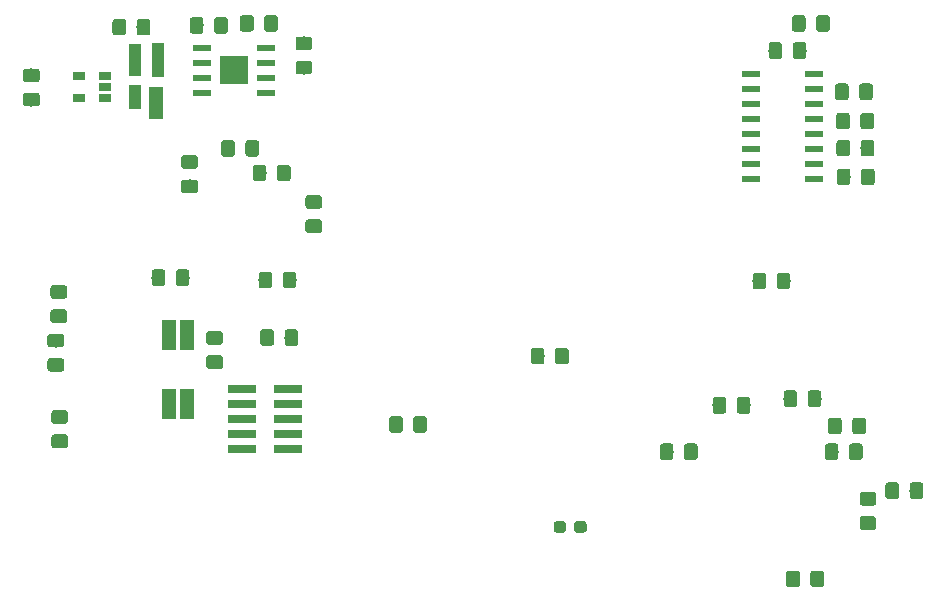
<source format=gbp>
G04 #@! TF.GenerationSoftware,KiCad,Pcbnew,(6.0.0-rc1-dev-1561-g9cac0a38c)*
G04 #@! TF.CreationDate,2019-06-17T18:23:23+02:00
G04 #@! TF.ProjectId,canbox,63616e62-6f78-42e6-9b69-6361645f7063,rev?*
G04 #@! TF.SameCoordinates,Original*
G04 #@! TF.FileFunction,Paste,Bot*
G04 #@! TF.FilePolarity,Positive*
%FSLAX46Y46*%
G04 Gerber Fmt 4.6, Leading zero omitted, Abs format (unit mm)*
G04 Created by KiCad (PCBNEW (6.0.0-rc1-dev-1561-g9cac0a38c)) date Mon 17 Jun 2019 06:23:23 PM CEST*
%MOMM*%
%LPD*%
G04 APERTURE LIST*
%ADD10C,1.000000*%
%ADD11C,0.100000*%
%ADD12R,1.000000X2.800000*%
%ADD13R,1.000000X2.000000*%
%ADD14R,1.200000X2.800000*%
%ADD15R,1.200000X2.500000*%
%ADD16R,2.400000X0.740000*%
%ADD17C,1.150000*%
%ADD18R,0.950000X0.950000*%
%ADD19R,2.350000X2.350000*%
%ADD20R,1.550000X0.600000*%
%ADD21R,1.500000X0.600000*%
%ADD22R,1.060000X0.650000*%
%ADD23C,0.950000*%
G04 APERTURE END LIST*
D10*
X47450000Y-86350000D03*
D11*
G36*
X47950000Y-84950000D02*
G01*
X47950000Y-87750000D01*
X46950000Y-87750000D01*
X46950000Y-84950000D01*
X47950000Y-84950000D01*
X47950000Y-84950000D01*
G37*
D12*
X45550000Y-86350000D03*
D13*
X45550000Y-89500000D03*
D14*
X47270000Y-89950000D03*
D15*
X49936700Y-109597400D03*
X48386700Y-109597400D03*
X48386700Y-115497400D03*
X49936700Y-115497400D03*
D16*
X54545400Y-119303800D03*
X58445400Y-119303800D03*
X54545400Y-118033800D03*
X58445400Y-118033800D03*
X54545400Y-116763800D03*
X58445400Y-116763800D03*
X54545400Y-115493800D03*
X58445400Y-115493800D03*
X54545400Y-114223800D03*
X58445400Y-114223800D03*
D11*
G36*
X98731105Y-104355604D02*
G01*
X98755373Y-104359204D01*
X98779172Y-104365165D01*
X98802271Y-104373430D01*
X98824450Y-104383920D01*
X98845493Y-104396532D01*
X98865199Y-104411147D01*
X98883377Y-104427623D01*
X98899853Y-104445801D01*
X98914468Y-104465507D01*
X98927080Y-104486550D01*
X98937570Y-104508729D01*
X98945835Y-104531828D01*
X98951796Y-104555627D01*
X98955396Y-104579895D01*
X98956600Y-104604399D01*
X98956600Y-105504401D01*
X98955396Y-105528905D01*
X98951796Y-105553173D01*
X98945835Y-105576972D01*
X98937570Y-105600071D01*
X98927080Y-105622250D01*
X98914468Y-105643293D01*
X98899853Y-105662999D01*
X98883377Y-105681177D01*
X98865199Y-105697653D01*
X98845493Y-105712268D01*
X98824450Y-105724880D01*
X98802271Y-105735370D01*
X98779172Y-105743635D01*
X98755373Y-105749596D01*
X98731105Y-105753196D01*
X98706601Y-105754400D01*
X98056599Y-105754400D01*
X98032095Y-105753196D01*
X98007827Y-105749596D01*
X97984028Y-105743635D01*
X97960929Y-105735370D01*
X97938750Y-105724880D01*
X97917707Y-105712268D01*
X97898001Y-105697653D01*
X97879823Y-105681177D01*
X97863347Y-105662999D01*
X97848732Y-105643293D01*
X97836120Y-105622250D01*
X97825630Y-105600071D01*
X97817365Y-105576972D01*
X97811404Y-105553173D01*
X97807804Y-105528905D01*
X97806600Y-105504401D01*
X97806600Y-104604399D01*
X97807804Y-104579895D01*
X97811404Y-104555627D01*
X97817365Y-104531828D01*
X97825630Y-104508729D01*
X97836120Y-104486550D01*
X97848732Y-104465507D01*
X97863347Y-104445801D01*
X97879823Y-104427623D01*
X97898001Y-104411147D01*
X97917707Y-104396532D01*
X97938750Y-104383920D01*
X97960929Y-104373430D01*
X97984028Y-104365165D01*
X98007827Y-104359204D01*
X98032095Y-104355604D01*
X98056599Y-104354400D01*
X98706601Y-104354400D01*
X98731105Y-104355604D01*
X98731105Y-104355604D01*
G37*
D17*
X98381600Y-105054400D03*
D11*
G36*
X100781105Y-104355604D02*
G01*
X100805373Y-104359204D01*
X100829172Y-104365165D01*
X100852271Y-104373430D01*
X100874450Y-104383920D01*
X100895493Y-104396532D01*
X100915199Y-104411147D01*
X100933377Y-104427623D01*
X100949853Y-104445801D01*
X100964468Y-104465507D01*
X100977080Y-104486550D01*
X100987570Y-104508729D01*
X100995835Y-104531828D01*
X101001796Y-104555627D01*
X101005396Y-104579895D01*
X101006600Y-104604399D01*
X101006600Y-105504401D01*
X101005396Y-105528905D01*
X101001796Y-105553173D01*
X100995835Y-105576972D01*
X100987570Y-105600071D01*
X100977080Y-105622250D01*
X100964468Y-105643293D01*
X100949853Y-105662999D01*
X100933377Y-105681177D01*
X100915199Y-105697653D01*
X100895493Y-105712268D01*
X100874450Y-105724880D01*
X100852271Y-105735370D01*
X100829172Y-105743635D01*
X100805373Y-105749596D01*
X100781105Y-105753196D01*
X100756601Y-105754400D01*
X100106599Y-105754400D01*
X100082095Y-105753196D01*
X100057827Y-105749596D01*
X100034028Y-105743635D01*
X100010929Y-105735370D01*
X99988750Y-105724880D01*
X99967707Y-105712268D01*
X99948001Y-105697653D01*
X99929823Y-105681177D01*
X99913347Y-105662999D01*
X99898732Y-105643293D01*
X99886120Y-105622250D01*
X99875630Y-105600071D01*
X99867365Y-105576972D01*
X99861404Y-105553173D01*
X99857804Y-105528905D01*
X99856600Y-105504401D01*
X99856600Y-104604399D01*
X99857804Y-104579895D01*
X99861404Y-104555627D01*
X99867365Y-104531828D01*
X99875630Y-104508729D01*
X99886120Y-104486550D01*
X99898732Y-104465507D01*
X99913347Y-104445801D01*
X99929823Y-104427623D01*
X99948001Y-104411147D01*
X99967707Y-104396532D01*
X99988750Y-104383920D01*
X100010929Y-104373430D01*
X100034028Y-104365165D01*
X100057827Y-104359204D01*
X100082095Y-104355604D01*
X100106599Y-104354400D01*
X100756601Y-104354400D01*
X100781105Y-104355604D01*
X100781105Y-104355604D01*
G37*
D17*
X100431600Y-105054400D03*
D18*
X54515000Y-87789000D03*
X53340000Y-87789000D03*
X53340000Y-86614000D03*
D19*
X53927500Y-87201500D03*
D18*
X54515000Y-86614000D03*
D20*
X56627500Y-89106500D03*
X56627500Y-87836500D03*
X56627500Y-86566500D03*
X56627500Y-85296500D03*
X51227500Y-85296500D03*
X51227500Y-86566500D03*
X51227500Y-87836500D03*
X51227500Y-89106500D03*
D11*
G36*
X100086305Y-84848404D02*
G01*
X100110573Y-84852004D01*
X100134372Y-84857965D01*
X100157471Y-84866230D01*
X100179650Y-84876720D01*
X100200693Y-84889332D01*
X100220399Y-84903947D01*
X100238577Y-84920423D01*
X100255053Y-84938601D01*
X100269668Y-84958307D01*
X100282280Y-84979350D01*
X100292770Y-85001529D01*
X100301035Y-85024628D01*
X100306996Y-85048427D01*
X100310596Y-85072695D01*
X100311800Y-85097199D01*
X100311800Y-85997201D01*
X100310596Y-86021705D01*
X100306996Y-86045973D01*
X100301035Y-86069772D01*
X100292770Y-86092871D01*
X100282280Y-86115050D01*
X100269668Y-86136093D01*
X100255053Y-86155799D01*
X100238577Y-86173977D01*
X100220399Y-86190453D01*
X100200693Y-86205068D01*
X100179650Y-86217680D01*
X100157471Y-86228170D01*
X100134372Y-86236435D01*
X100110573Y-86242396D01*
X100086305Y-86245996D01*
X100061801Y-86247200D01*
X99411799Y-86247200D01*
X99387295Y-86245996D01*
X99363027Y-86242396D01*
X99339228Y-86236435D01*
X99316129Y-86228170D01*
X99293950Y-86217680D01*
X99272907Y-86205068D01*
X99253201Y-86190453D01*
X99235023Y-86173977D01*
X99218547Y-86155799D01*
X99203932Y-86136093D01*
X99191320Y-86115050D01*
X99180830Y-86092871D01*
X99172565Y-86069772D01*
X99166604Y-86045973D01*
X99163004Y-86021705D01*
X99161800Y-85997201D01*
X99161800Y-85097199D01*
X99163004Y-85072695D01*
X99166604Y-85048427D01*
X99172565Y-85024628D01*
X99180830Y-85001529D01*
X99191320Y-84979350D01*
X99203932Y-84958307D01*
X99218547Y-84938601D01*
X99235023Y-84920423D01*
X99253201Y-84903947D01*
X99272907Y-84889332D01*
X99293950Y-84876720D01*
X99316129Y-84866230D01*
X99339228Y-84857965D01*
X99363027Y-84852004D01*
X99387295Y-84848404D01*
X99411799Y-84847200D01*
X100061801Y-84847200D01*
X100086305Y-84848404D01*
X100086305Y-84848404D01*
G37*
D17*
X99736800Y-85547200D03*
D11*
G36*
X102136305Y-84848404D02*
G01*
X102160573Y-84852004D01*
X102184372Y-84857965D01*
X102207471Y-84866230D01*
X102229650Y-84876720D01*
X102250693Y-84889332D01*
X102270399Y-84903947D01*
X102288577Y-84920423D01*
X102305053Y-84938601D01*
X102319668Y-84958307D01*
X102332280Y-84979350D01*
X102342770Y-85001529D01*
X102351035Y-85024628D01*
X102356996Y-85048427D01*
X102360596Y-85072695D01*
X102361800Y-85097199D01*
X102361800Y-85997201D01*
X102360596Y-86021705D01*
X102356996Y-86045973D01*
X102351035Y-86069772D01*
X102342770Y-86092871D01*
X102332280Y-86115050D01*
X102319668Y-86136093D01*
X102305053Y-86155799D01*
X102288577Y-86173977D01*
X102270399Y-86190453D01*
X102250693Y-86205068D01*
X102229650Y-86217680D01*
X102207471Y-86228170D01*
X102184372Y-86236435D01*
X102160573Y-86242396D01*
X102136305Y-86245996D01*
X102111801Y-86247200D01*
X101461799Y-86247200D01*
X101437295Y-86245996D01*
X101413027Y-86242396D01*
X101389228Y-86236435D01*
X101366129Y-86228170D01*
X101343950Y-86217680D01*
X101322907Y-86205068D01*
X101303201Y-86190453D01*
X101285023Y-86173977D01*
X101268547Y-86155799D01*
X101253932Y-86136093D01*
X101241320Y-86115050D01*
X101230830Y-86092871D01*
X101222565Y-86069772D01*
X101216604Y-86045973D01*
X101213004Y-86021705D01*
X101211800Y-85997201D01*
X101211800Y-85097199D01*
X101213004Y-85072695D01*
X101216604Y-85048427D01*
X101222565Y-85024628D01*
X101230830Y-85001529D01*
X101241320Y-84979350D01*
X101253932Y-84958307D01*
X101268547Y-84938601D01*
X101285023Y-84920423D01*
X101303201Y-84903947D01*
X101322907Y-84889332D01*
X101343950Y-84876720D01*
X101366129Y-84866230D01*
X101389228Y-84857965D01*
X101413027Y-84852004D01*
X101437295Y-84848404D01*
X101461799Y-84847200D01*
X102111801Y-84847200D01*
X102136305Y-84848404D01*
X102136305Y-84848404D01*
G37*
D17*
X101786800Y-85547200D03*
D11*
G36*
X53747705Y-93128804D02*
G01*
X53771973Y-93132404D01*
X53795772Y-93138365D01*
X53818871Y-93146630D01*
X53841050Y-93157120D01*
X53862093Y-93169732D01*
X53881799Y-93184347D01*
X53899977Y-93200823D01*
X53916453Y-93219001D01*
X53931068Y-93238707D01*
X53943680Y-93259750D01*
X53954170Y-93281929D01*
X53962435Y-93305028D01*
X53968396Y-93328827D01*
X53971996Y-93353095D01*
X53973200Y-93377599D01*
X53973200Y-94277601D01*
X53971996Y-94302105D01*
X53968396Y-94326373D01*
X53962435Y-94350172D01*
X53954170Y-94373271D01*
X53943680Y-94395450D01*
X53931068Y-94416493D01*
X53916453Y-94436199D01*
X53899977Y-94454377D01*
X53881799Y-94470853D01*
X53862093Y-94485468D01*
X53841050Y-94498080D01*
X53818871Y-94508570D01*
X53795772Y-94516835D01*
X53771973Y-94522796D01*
X53747705Y-94526396D01*
X53723201Y-94527600D01*
X53073199Y-94527600D01*
X53048695Y-94526396D01*
X53024427Y-94522796D01*
X53000628Y-94516835D01*
X52977529Y-94508570D01*
X52955350Y-94498080D01*
X52934307Y-94485468D01*
X52914601Y-94470853D01*
X52896423Y-94454377D01*
X52879947Y-94436199D01*
X52865332Y-94416493D01*
X52852720Y-94395450D01*
X52842230Y-94373271D01*
X52833965Y-94350172D01*
X52828004Y-94326373D01*
X52824404Y-94302105D01*
X52823200Y-94277601D01*
X52823200Y-93377599D01*
X52824404Y-93353095D01*
X52828004Y-93328827D01*
X52833965Y-93305028D01*
X52842230Y-93281929D01*
X52852720Y-93259750D01*
X52865332Y-93238707D01*
X52879947Y-93219001D01*
X52896423Y-93200823D01*
X52914601Y-93184347D01*
X52934307Y-93169732D01*
X52955350Y-93157120D01*
X52977529Y-93146630D01*
X53000628Y-93138365D01*
X53024427Y-93132404D01*
X53048695Y-93128804D01*
X53073199Y-93127600D01*
X53723201Y-93127600D01*
X53747705Y-93128804D01*
X53747705Y-93128804D01*
G37*
D17*
X53398200Y-93827600D03*
D11*
G36*
X55797705Y-93128804D02*
G01*
X55821973Y-93132404D01*
X55845772Y-93138365D01*
X55868871Y-93146630D01*
X55891050Y-93157120D01*
X55912093Y-93169732D01*
X55931799Y-93184347D01*
X55949977Y-93200823D01*
X55966453Y-93219001D01*
X55981068Y-93238707D01*
X55993680Y-93259750D01*
X56004170Y-93281929D01*
X56012435Y-93305028D01*
X56018396Y-93328827D01*
X56021996Y-93353095D01*
X56023200Y-93377599D01*
X56023200Y-94277601D01*
X56021996Y-94302105D01*
X56018396Y-94326373D01*
X56012435Y-94350172D01*
X56004170Y-94373271D01*
X55993680Y-94395450D01*
X55981068Y-94416493D01*
X55966453Y-94436199D01*
X55949977Y-94454377D01*
X55931799Y-94470853D01*
X55912093Y-94485468D01*
X55891050Y-94498080D01*
X55868871Y-94508570D01*
X55845772Y-94516835D01*
X55821973Y-94522796D01*
X55797705Y-94526396D01*
X55773201Y-94527600D01*
X55123199Y-94527600D01*
X55098695Y-94526396D01*
X55074427Y-94522796D01*
X55050628Y-94516835D01*
X55027529Y-94508570D01*
X55005350Y-94498080D01*
X54984307Y-94485468D01*
X54964601Y-94470853D01*
X54946423Y-94454377D01*
X54929947Y-94436199D01*
X54915332Y-94416493D01*
X54902720Y-94395450D01*
X54892230Y-94373271D01*
X54883965Y-94350172D01*
X54878004Y-94326373D01*
X54874404Y-94302105D01*
X54873200Y-94277601D01*
X54873200Y-93377599D01*
X54874404Y-93353095D01*
X54878004Y-93328827D01*
X54883965Y-93305028D01*
X54892230Y-93281929D01*
X54902720Y-93259750D01*
X54915332Y-93238707D01*
X54929947Y-93219001D01*
X54946423Y-93200823D01*
X54964601Y-93184347D01*
X54984307Y-93169732D01*
X55005350Y-93157120D01*
X55027529Y-93146630D01*
X55050628Y-93138365D01*
X55074427Y-93132404D01*
X55098695Y-93128804D01*
X55123199Y-93127600D01*
X55773201Y-93127600D01*
X55797705Y-93128804D01*
X55797705Y-93128804D01*
G37*
D17*
X55448200Y-93827600D03*
D11*
G36*
X46586505Y-82867204D02*
G01*
X46610773Y-82870804D01*
X46634572Y-82876765D01*
X46657671Y-82885030D01*
X46679850Y-82895520D01*
X46700893Y-82908132D01*
X46720599Y-82922747D01*
X46738777Y-82939223D01*
X46755253Y-82957401D01*
X46769868Y-82977107D01*
X46782480Y-82998150D01*
X46792970Y-83020329D01*
X46801235Y-83043428D01*
X46807196Y-83067227D01*
X46810796Y-83091495D01*
X46812000Y-83115999D01*
X46812000Y-84016001D01*
X46810796Y-84040505D01*
X46807196Y-84064773D01*
X46801235Y-84088572D01*
X46792970Y-84111671D01*
X46782480Y-84133850D01*
X46769868Y-84154893D01*
X46755253Y-84174599D01*
X46738777Y-84192777D01*
X46720599Y-84209253D01*
X46700893Y-84223868D01*
X46679850Y-84236480D01*
X46657671Y-84246970D01*
X46634572Y-84255235D01*
X46610773Y-84261196D01*
X46586505Y-84264796D01*
X46562001Y-84266000D01*
X45911999Y-84266000D01*
X45887495Y-84264796D01*
X45863227Y-84261196D01*
X45839428Y-84255235D01*
X45816329Y-84246970D01*
X45794150Y-84236480D01*
X45773107Y-84223868D01*
X45753401Y-84209253D01*
X45735223Y-84192777D01*
X45718747Y-84174599D01*
X45704132Y-84154893D01*
X45691520Y-84133850D01*
X45681030Y-84111671D01*
X45672765Y-84088572D01*
X45666804Y-84064773D01*
X45663204Y-84040505D01*
X45662000Y-84016001D01*
X45662000Y-83115999D01*
X45663204Y-83091495D01*
X45666804Y-83067227D01*
X45672765Y-83043428D01*
X45681030Y-83020329D01*
X45691520Y-82998150D01*
X45704132Y-82977107D01*
X45718747Y-82957401D01*
X45735223Y-82939223D01*
X45753401Y-82922747D01*
X45773107Y-82908132D01*
X45794150Y-82895520D01*
X45816329Y-82885030D01*
X45839428Y-82876765D01*
X45863227Y-82870804D01*
X45887495Y-82867204D01*
X45911999Y-82866000D01*
X46562001Y-82866000D01*
X46586505Y-82867204D01*
X46586505Y-82867204D01*
G37*
D17*
X46237000Y-83566000D03*
D11*
G36*
X44536505Y-82867204D02*
G01*
X44560773Y-82870804D01*
X44584572Y-82876765D01*
X44607671Y-82885030D01*
X44629850Y-82895520D01*
X44650893Y-82908132D01*
X44670599Y-82922747D01*
X44688777Y-82939223D01*
X44705253Y-82957401D01*
X44719868Y-82977107D01*
X44732480Y-82998150D01*
X44742970Y-83020329D01*
X44751235Y-83043428D01*
X44757196Y-83067227D01*
X44760796Y-83091495D01*
X44762000Y-83115999D01*
X44762000Y-84016001D01*
X44760796Y-84040505D01*
X44757196Y-84064773D01*
X44751235Y-84088572D01*
X44742970Y-84111671D01*
X44732480Y-84133850D01*
X44719868Y-84154893D01*
X44705253Y-84174599D01*
X44688777Y-84192777D01*
X44670599Y-84209253D01*
X44650893Y-84223868D01*
X44629850Y-84236480D01*
X44607671Y-84246970D01*
X44584572Y-84255235D01*
X44560773Y-84261196D01*
X44536505Y-84264796D01*
X44512001Y-84266000D01*
X43861999Y-84266000D01*
X43837495Y-84264796D01*
X43813227Y-84261196D01*
X43789428Y-84255235D01*
X43766329Y-84246970D01*
X43744150Y-84236480D01*
X43723107Y-84223868D01*
X43703401Y-84209253D01*
X43685223Y-84192777D01*
X43668747Y-84174599D01*
X43654132Y-84154893D01*
X43641520Y-84133850D01*
X43631030Y-84111671D01*
X43622765Y-84088572D01*
X43616804Y-84064773D01*
X43613204Y-84040505D01*
X43612000Y-84016001D01*
X43612000Y-83115999D01*
X43613204Y-83091495D01*
X43616804Y-83067227D01*
X43622765Y-83043428D01*
X43631030Y-83020329D01*
X43641520Y-82998150D01*
X43654132Y-82977107D01*
X43668747Y-82957401D01*
X43685223Y-82939223D01*
X43703401Y-82922747D01*
X43723107Y-82908132D01*
X43744150Y-82895520D01*
X43766329Y-82885030D01*
X43789428Y-82876765D01*
X43813227Y-82870804D01*
X43837495Y-82867204D01*
X43861999Y-82866000D01*
X44512001Y-82866000D01*
X44536505Y-82867204D01*
X44536505Y-82867204D01*
G37*
D17*
X44187000Y-83566000D03*
D21*
X103042700Y-96456500D03*
X103042700Y-95186500D03*
X103042700Y-93916500D03*
X103042700Y-92646500D03*
X103042700Y-91376500D03*
X103042700Y-90106500D03*
X103042700Y-88836500D03*
X103042700Y-87566500D03*
X97642700Y-87566500D03*
X97642700Y-88836500D03*
X97642700Y-90106500D03*
X97642700Y-91376500D03*
X97642700Y-92646500D03*
X97642700Y-93916500D03*
X97642700Y-95186500D03*
X97642700Y-96456500D03*
D22*
X40800000Y-87700000D03*
X40800000Y-89600000D03*
X43000000Y-89600000D03*
X43000000Y-88650000D03*
X43000000Y-87700000D03*
D11*
G36*
X39615905Y-118053204D02*
G01*
X39640173Y-118056804D01*
X39663972Y-118062765D01*
X39687071Y-118071030D01*
X39709250Y-118081520D01*
X39730293Y-118094132D01*
X39749999Y-118108747D01*
X39768177Y-118125223D01*
X39784653Y-118143401D01*
X39799268Y-118163107D01*
X39811880Y-118184150D01*
X39822370Y-118206329D01*
X39830635Y-118229428D01*
X39836596Y-118253227D01*
X39840196Y-118277495D01*
X39841400Y-118301999D01*
X39841400Y-118952001D01*
X39840196Y-118976505D01*
X39836596Y-119000773D01*
X39830635Y-119024572D01*
X39822370Y-119047671D01*
X39811880Y-119069850D01*
X39799268Y-119090893D01*
X39784653Y-119110599D01*
X39768177Y-119128777D01*
X39749999Y-119145253D01*
X39730293Y-119159868D01*
X39709250Y-119172480D01*
X39687071Y-119182970D01*
X39663972Y-119191235D01*
X39640173Y-119197196D01*
X39615905Y-119200796D01*
X39591401Y-119202000D01*
X38691399Y-119202000D01*
X38666895Y-119200796D01*
X38642627Y-119197196D01*
X38618828Y-119191235D01*
X38595729Y-119182970D01*
X38573550Y-119172480D01*
X38552507Y-119159868D01*
X38532801Y-119145253D01*
X38514623Y-119128777D01*
X38498147Y-119110599D01*
X38483532Y-119090893D01*
X38470920Y-119069850D01*
X38460430Y-119047671D01*
X38452165Y-119024572D01*
X38446204Y-119000773D01*
X38442604Y-118976505D01*
X38441400Y-118952001D01*
X38441400Y-118301999D01*
X38442604Y-118277495D01*
X38446204Y-118253227D01*
X38452165Y-118229428D01*
X38460430Y-118206329D01*
X38470920Y-118184150D01*
X38483532Y-118163107D01*
X38498147Y-118143401D01*
X38514623Y-118125223D01*
X38532801Y-118108747D01*
X38552507Y-118094132D01*
X38573550Y-118081520D01*
X38595729Y-118071030D01*
X38618828Y-118062765D01*
X38642627Y-118056804D01*
X38666895Y-118053204D01*
X38691399Y-118052000D01*
X39591401Y-118052000D01*
X39615905Y-118053204D01*
X39615905Y-118053204D01*
G37*
D17*
X39141400Y-118627000D03*
D11*
G36*
X39615905Y-116003204D02*
G01*
X39640173Y-116006804D01*
X39663972Y-116012765D01*
X39687071Y-116021030D01*
X39709250Y-116031520D01*
X39730293Y-116044132D01*
X39749999Y-116058747D01*
X39768177Y-116075223D01*
X39784653Y-116093401D01*
X39799268Y-116113107D01*
X39811880Y-116134150D01*
X39822370Y-116156329D01*
X39830635Y-116179428D01*
X39836596Y-116203227D01*
X39840196Y-116227495D01*
X39841400Y-116251999D01*
X39841400Y-116902001D01*
X39840196Y-116926505D01*
X39836596Y-116950773D01*
X39830635Y-116974572D01*
X39822370Y-116997671D01*
X39811880Y-117019850D01*
X39799268Y-117040893D01*
X39784653Y-117060599D01*
X39768177Y-117078777D01*
X39749999Y-117095253D01*
X39730293Y-117109868D01*
X39709250Y-117122480D01*
X39687071Y-117132970D01*
X39663972Y-117141235D01*
X39640173Y-117147196D01*
X39615905Y-117150796D01*
X39591401Y-117152000D01*
X38691399Y-117152000D01*
X38666895Y-117150796D01*
X38642627Y-117147196D01*
X38618828Y-117141235D01*
X38595729Y-117132970D01*
X38573550Y-117122480D01*
X38552507Y-117109868D01*
X38532801Y-117095253D01*
X38514623Y-117078777D01*
X38498147Y-117060599D01*
X38483532Y-117040893D01*
X38470920Y-117019850D01*
X38460430Y-116997671D01*
X38452165Y-116974572D01*
X38446204Y-116950773D01*
X38442604Y-116926505D01*
X38441400Y-116902001D01*
X38441400Y-116251999D01*
X38442604Y-116227495D01*
X38446204Y-116203227D01*
X38452165Y-116179428D01*
X38460430Y-116156329D01*
X38470920Y-116134150D01*
X38483532Y-116113107D01*
X38498147Y-116093401D01*
X38514623Y-116075223D01*
X38532801Y-116058747D01*
X38552507Y-116044132D01*
X38573550Y-116031520D01*
X38595729Y-116021030D01*
X38618828Y-116012765D01*
X38642627Y-116006804D01*
X38666895Y-116003204D01*
X38691399Y-116002000D01*
X39591401Y-116002000D01*
X39615905Y-116003204D01*
X39615905Y-116003204D01*
G37*
D17*
X39141400Y-116577000D03*
D11*
G36*
X39539705Y-105411404D02*
G01*
X39563973Y-105415004D01*
X39587772Y-105420965D01*
X39610871Y-105429230D01*
X39633050Y-105439720D01*
X39654093Y-105452332D01*
X39673799Y-105466947D01*
X39691977Y-105483423D01*
X39708453Y-105501601D01*
X39723068Y-105521307D01*
X39735680Y-105542350D01*
X39746170Y-105564529D01*
X39754435Y-105587628D01*
X39760396Y-105611427D01*
X39763996Y-105635695D01*
X39765200Y-105660199D01*
X39765200Y-106310201D01*
X39763996Y-106334705D01*
X39760396Y-106358973D01*
X39754435Y-106382772D01*
X39746170Y-106405871D01*
X39735680Y-106428050D01*
X39723068Y-106449093D01*
X39708453Y-106468799D01*
X39691977Y-106486977D01*
X39673799Y-106503453D01*
X39654093Y-106518068D01*
X39633050Y-106530680D01*
X39610871Y-106541170D01*
X39587772Y-106549435D01*
X39563973Y-106555396D01*
X39539705Y-106558996D01*
X39515201Y-106560200D01*
X38615199Y-106560200D01*
X38590695Y-106558996D01*
X38566427Y-106555396D01*
X38542628Y-106549435D01*
X38519529Y-106541170D01*
X38497350Y-106530680D01*
X38476307Y-106518068D01*
X38456601Y-106503453D01*
X38438423Y-106486977D01*
X38421947Y-106468799D01*
X38407332Y-106449093D01*
X38394720Y-106428050D01*
X38384230Y-106405871D01*
X38375965Y-106382772D01*
X38370004Y-106358973D01*
X38366404Y-106334705D01*
X38365200Y-106310201D01*
X38365200Y-105660199D01*
X38366404Y-105635695D01*
X38370004Y-105611427D01*
X38375965Y-105587628D01*
X38384230Y-105564529D01*
X38394720Y-105542350D01*
X38407332Y-105521307D01*
X38421947Y-105501601D01*
X38438423Y-105483423D01*
X38456601Y-105466947D01*
X38476307Y-105452332D01*
X38497350Y-105439720D01*
X38519529Y-105429230D01*
X38542628Y-105420965D01*
X38566427Y-105415004D01*
X38590695Y-105411404D01*
X38615199Y-105410200D01*
X39515201Y-105410200D01*
X39539705Y-105411404D01*
X39539705Y-105411404D01*
G37*
D17*
X39065200Y-105985200D03*
D11*
G36*
X39539705Y-107461404D02*
G01*
X39563973Y-107465004D01*
X39587772Y-107470965D01*
X39610871Y-107479230D01*
X39633050Y-107489720D01*
X39654093Y-107502332D01*
X39673799Y-107516947D01*
X39691977Y-107533423D01*
X39708453Y-107551601D01*
X39723068Y-107571307D01*
X39735680Y-107592350D01*
X39746170Y-107614529D01*
X39754435Y-107637628D01*
X39760396Y-107661427D01*
X39763996Y-107685695D01*
X39765200Y-107710199D01*
X39765200Y-108360201D01*
X39763996Y-108384705D01*
X39760396Y-108408973D01*
X39754435Y-108432772D01*
X39746170Y-108455871D01*
X39735680Y-108478050D01*
X39723068Y-108499093D01*
X39708453Y-108518799D01*
X39691977Y-108536977D01*
X39673799Y-108553453D01*
X39654093Y-108568068D01*
X39633050Y-108580680D01*
X39610871Y-108591170D01*
X39587772Y-108599435D01*
X39563973Y-108605396D01*
X39539705Y-108608996D01*
X39515201Y-108610200D01*
X38615199Y-108610200D01*
X38590695Y-108608996D01*
X38566427Y-108605396D01*
X38542628Y-108599435D01*
X38519529Y-108591170D01*
X38497350Y-108580680D01*
X38476307Y-108568068D01*
X38456601Y-108553453D01*
X38438423Y-108536977D01*
X38421947Y-108518799D01*
X38407332Y-108499093D01*
X38394720Y-108478050D01*
X38384230Y-108455871D01*
X38375965Y-108432772D01*
X38370004Y-108408973D01*
X38366404Y-108384705D01*
X38365200Y-108360201D01*
X38365200Y-107710199D01*
X38366404Y-107685695D01*
X38370004Y-107661427D01*
X38375965Y-107637628D01*
X38384230Y-107614529D01*
X38394720Y-107592350D01*
X38407332Y-107571307D01*
X38421947Y-107551601D01*
X38438423Y-107533423D01*
X38456601Y-107516947D01*
X38476307Y-107502332D01*
X38497350Y-107489720D01*
X38519529Y-107479230D01*
X38542628Y-107470965D01*
X38566427Y-107465004D01*
X38590695Y-107461404D01*
X38615199Y-107460200D01*
X39515201Y-107460200D01*
X39539705Y-107461404D01*
X39539705Y-107461404D01*
G37*
D17*
X39065200Y-108035200D03*
D11*
G36*
X107766105Y-88340904D02*
G01*
X107790373Y-88344504D01*
X107814172Y-88350465D01*
X107837271Y-88358730D01*
X107859450Y-88369220D01*
X107880493Y-88381832D01*
X107900199Y-88396447D01*
X107918377Y-88412923D01*
X107934853Y-88431101D01*
X107949468Y-88450807D01*
X107962080Y-88471850D01*
X107972570Y-88494029D01*
X107980835Y-88517128D01*
X107986796Y-88540927D01*
X107990396Y-88565195D01*
X107991600Y-88589699D01*
X107991600Y-89489701D01*
X107990396Y-89514205D01*
X107986796Y-89538473D01*
X107980835Y-89562272D01*
X107972570Y-89585371D01*
X107962080Y-89607550D01*
X107949468Y-89628593D01*
X107934853Y-89648299D01*
X107918377Y-89666477D01*
X107900199Y-89682953D01*
X107880493Y-89697568D01*
X107859450Y-89710180D01*
X107837271Y-89720670D01*
X107814172Y-89728935D01*
X107790373Y-89734896D01*
X107766105Y-89738496D01*
X107741601Y-89739700D01*
X107091599Y-89739700D01*
X107067095Y-89738496D01*
X107042827Y-89734896D01*
X107019028Y-89728935D01*
X106995929Y-89720670D01*
X106973750Y-89710180D01*
X106952707Y-89697568D01*
X106933001Y-89682953D01*
X106914823Y-89666477D01*
X106898347Y-89648299D01*
X106883732Y-89628593D01*
X106871120Y-89607550D01*
X106860630Y-89585371D01*
X106852365Y-89562272D01*
X106846404Y-89538473D01*
X106842804Y-89514205D01*
X106841600Y-89489701D01*
X106841600Y-88589699D01*
X106842804Y-88565195D01*
X106846404Y-88540927D01*
X106852365Y-88517128D01*
X106860630Y-88494029D01*
X106871120Y-88471850D01*
X106883732Y-88450807D01*
X106898347Y-88431101D01*
X106914823Y-88412923D01*
X106933001Y-88396447D01*
X106952707Y-88381832D01*
X106973750Y-88369220D01*
X106995929Y-88358730D01*
X107019028Y-88350465D01*
X107042827Y-88344504D01*
X107067095Y-88340904D01*
X107091599Y-88339700D01*
X107741601Y-88339700D01*
X107766105Y-88340904D01*
X107766105Y-88340904D01*
G37*
D17*
X107416600Y-89039700D03*
D11*
G36*
X105716105Y-88340904D02*
G01*
X105740373Y-88344504D01*
X105764172Y-88350465D01*
X105787271Y-88358730D01*
X105809450Y-88369220D01*
X105830493Y-88381832D01*
X105850199Y-88396447D01*
X105868377Y-88412923D01*
X105884853Y-88431101D01*
X105899468Y-88450807D01*
X105912080Y-88471850D01*
X105922570Y-88494029D01*
X105930835Y-88517128D01*
X105936796Y-88540927D01*
X105940396Y-88565195D01*
X105941600Y-88589699D01*
X105941600Y-89489701D01*
X105940396Y-89514205D01*
X105936796Y-89538473D01*
X105930835Y-89562272D01*
X105922570Y-89585371D01*
X105912080Y-89607550D01*
X105899468Y-89628593D01*
X105884853Y-89648299D01*
X105868377Y-89666477D01*
X105850199Y-89682953D01*
X105830493Y-89697568D01*
X105809450Y-89710180D01*
X105787271Y-89720670D01*
X105764172Y-89728935D01*
X105740373Y-89734896D01*
X105716105Y-89738496D01*
X105691601Y-89739700D01*
X105041599Y-89739700D01*
X105017095Y-89738496D01*
X104992827Y-89734896D01*
X104969028Y-89728935D01*
X104945929Y-89720670D01*
X104923750Y-89710180D01*
X104902707Y-89697568D01*
X104883001Y-89682953D01*
X104864823Y-89666477D01*
X104848347Y-89648299D01*
X104833732Y-89628593D01*
X104821120Y-89607550D01*
X104810630Y-89585371D01*
X104802365Y-89562272D01*
X104796404Y-89538473D01*
X104792804Y-89514205D01*
X104791600Y-89489701D01*
X104791600Y-88589699D01*
X104792804Y-88565195D01*
X104796404Y-88540927D01*
X104802365Y-88517128D01*
X104810630Y-88494029D01*
X104821120Y-88471850D01*
X104833732Y-88450807D01*
X104848347Y-88431101D01*
X104864823Y-88412923D01*
X104883001Y-88396447D01*
X104902707Y-88381832D01*
X104923750Y-88369220D01*
X104945929Y-88358730D01*
X104969028Y-88350465D01*
X104992827Y-88344504D01*
X105017095Y-88340904D01*
X105041599Y-88339700D01*
X105691601Y-88339700D01*
X105716105Y-88340904D01*
X105716105Y-88340904D01*
G37*
D17*
X105366600Y-89039700D03*
D11*
G36*
X107867705Y-90817404D02*
G01*
X107891973Y-90821004D01*
X107915772Y-90826965D01*
X107938871Y-90835230D01*
X107961050Y-90845720D01*
X107982093Y-90858332D01*
X108001799Y-90872947D01*
X108019977Y-90889423D01*
X108036453Y-90907601D01*
X108051068Y-90927307D01*
X108063680Y-90948350D01*
X108074170Y-90970529D01*
X108082435Y-90993628D01*
X108088396Y-91017427D01*
X108091996Y-91041695D01*
X108093200Y-91066199D01*
X108093200Y-91966201D01*
X108091996Y-91990705D01*
X108088396Y-92014973D01*
X108082435Y-92038772D01*
X108074170Y-92061871D01*
X108063680Y-92084050D01*
X108051068Y-92105093D01*
X108036453Y-92124799D01*
X108019977Y-92142977D01*
X108001799Y-92159453D01*
X107982093Y-92174068D01*
X107961050Y-92186680D01*
X107938871Y-92197170D01*
X107915772Y-92205435D01*
X107891973Y-92211396D01*
X107867705Y-92214996D01*
X107843201Y-92216200D01*
X107193199Y-92216200D01*
X107168695Y-92214996D01*
X107144427Y-92211396D01*
X107120628Y-92205435D01*
X107097529Y-92197170D01*
X107075350Y-92186680D01*
X107054307Y-92174068D01*
X107034601Y-92159453D01*
X107016423Y-92142977D01*
X106999947Y-92124799D01*
X106985332Y-92105093D01*
X106972720Y-92084050D01*
X106962230Y-92061871D01*
X106953965Y-92038772D01*
X106948004Y-92014973D01*
X106944404Y-91990705D01*
X106943200Y-91966201D01*
X106943200Y-91066199D01*
X106944404Y-91041695D01*
X106948004Y-91017427D01*
X106953965Y-90993628D01*
X106962230Y-90970529D01*
X106972720Y-90948350D01*
X106985332Y-90927307D01*
X106999947Y-90907601D01*
X107016423Y-90889423D01*
X107034601Y-90872947D01*
X107054307Y-90858332D01*
X107075350Y-90845720D01*
X107097529Y-90835230D01*
X107120628Y-90826965D01*
X107144427Y-90821004D01*
X107168695Y-90817404D01*
X107193199Y-90816200D01*
X107843201Y-90816200D01*
X107867705Y-90817404D01*
X107867705Y-90817404D01*
G37*
D17*
X107518200Y-91516200D03*
D11*
G36*
X105817705Y-90817404D02*
G01*
X105841973Y-90821004D01*
X105865772Y-90826965D01*
X105888871Y-90835230D01*
X105911050Y-90845720D01*
X105932093Y-90858332D01*
X105951799Y-90872947D01*
X105969977Y-90889423D01*
X105986453Y-90907601D01*
X106001068Y-90927307D01*
X106013680Y-90948350D01*
X106024170Y-90970529D01*
X106032435Y-90993628D01*
X106038396Y-91017427D01*
X106041996Y-91041695D01*
X106043200Y-91066199D01*
X106043200Y-91966201D01*
X106041996Y-91990705D01*
X106038396Y-92014973D01*
X106032435Y-92038772D01*
X106024170Y-92061871D01*
X106013680Y-92084050D01*
X106001068Y-92105093D01*
X105986453Y-92124799D01*
X105969977Y-92142977D01*
X105951799Y-92159453D01*
X105932093Y-92174068D01*
X105911050Y-92186680D01*
X105888871Y-92197170D01*
X105865772Y-92205435D01*
X105841973Y-92211396D01*
X105817705Y-92214996D01*
X105793201Y-92216200D01*
X105143199Y-92216200D01*
X105118695Y-92214996D01*
X105094427Y-92211396D01*
X105070628Y-92205435D01*
X105047529Y-92197170D01*
X105025350Y-92186680D01*
X105004307Y-92174068D01*
X104984601Y-92159453D01*
X104966423Y-92142977D01*
X104949947Y-92124799D01*
X104935332Y-92105093D01*
X104922720Y-92084050D01*
X104912230Y-92061871D01*
X104903965Y-92038772D01*
X104898004Y-92014973D01*
X104894404Y-91990705D01*
X104893200Y-91966201D01*
X104893200Y-91066199D01*
X104894404Y-91041695D01*
X104898004Y-91017427D01*
X104903965Y-90993628D01*
X104912230Y-90970529D01*
X104922720Y-90948350D01*
X104935332Y-90927307D01*
X104949947Y-90907601D01*
X104966423Y-90889423D01*
X104984601Y-90872947D01*
X105004307Y-90858332D01*
X105025350Y-90845720D01*
X105047529Y-90835230D01*
X105070628Y-90826965D01*
X105094427Y-90821004D01*
X105118695Y-90817404D01*
X105143199Y-90816200D01*
X105793201Y-90816200D01*
X105817705Y-90817404D01*
X105817705Y-90817404D01*
G37*
D17*
X105468200Y-91516200D03*
D11*
G36*
X51093405Y-82727504D02*
G01*
X51117673Y-82731104D01*
X51141472Y-82737065D01*
X51164571Y-82745330D01*
X51186750Y-82755820D01*
X51207793Y-82768432D01*
X51227499Y-82783047D01*
X51245677Y-82799523D01*
X51262153Y-82817701D01*
X51276768Y-82837407D01*
X51289380Y-82858450D01*
X51299870Y-82880629D01*
X51308135Y-82903728D01*
X51314096Y-82927527D01*
X51317696Y-82951795D01*
X51318900Y-82976299D01*
X51318900Y-83876301D01*
X51317696Y-83900805D01*
X51314096Y-83925073D01*
X51308135Y-83948872D01*
X51299870Y-83971971D01*
X51289380Y-83994150D01*
X51276768Y-84015193D01*
X51262153Y-84034899D01*
X51245677Y-84053077D01*
X51227499Y-84069553D01*
X51207793Y-84084168D01*
X51186750Y-84096780D01*
X51164571Y-84107270D01*
X51141472Y-84115535D01*
X51117673Y-84121496D01*
X51093405Y-84125096D01*
X51068901Y-84126300D01*
X50418899Y-84126300D01*
X50394395Y-84125096D01*
X50370127Y-84121496D01*
X50346328Y-84115535D01*
X50323229Y-84107270D01*
X50301050Y-84096780D01*
X50280007Y-84084168D01*
X50260301Y-84069553D01*
X50242123Y-84053077D01*
X50225647Y-84034899D01*
X50211032Y-84015193D01*
X50198420Y-83994150D01*
X50187930Y-83971971D01*
X50179665Y-83948872D01*
X50173704Y-83925073D01*
X50170104Y-83900805D01*
X50168900Y-83876301D01*
X50168900Y-82976299D01*
X50170104Y-82951795D01*
X50173704Y-82927527D01*
X50179665Y-82903728D01*
X50187930Y-82880629D01*
X50198420Y-82858450D01*
X50211032Y-82837407D01*
X50225647Y-82817701D01*
X50242123Y-82799523D01*
X50260301Y-82783047D01*
X50280007Y-82768432D01*
X50301050Y-82755820D01*
X50323229Y-82745330D01*
X50346328Y-82737065D01*
X50370127Y-82731104D01*
X50394395Y-82727504D01*
X50418899Y-82726300D01*
X51068901Y-82726300D01*
X51093405Y-82727504D01*
X51093405Y-82727504D01*
G37*
D17*
X50743900Y-83426300D03*
D11*
G36*
X53143405Y-82727504D02*
G01*
X53167673Y-82731104D01*
X53191472Y-82737065D01*
X53214571Y-82745330D01*
X53236750Y-82755820D01*
X53257793Y-82768432D01*
X53277499Y-82783047D01*
X53295677Y-82799523D01*
X53312153Y-82817701D01*
X53326768Y-82837407D01*
X53339380Y-82858450D01*
X53349870Y-82880629D01*
X53358135Y-82903728D01*
X53364096Y-82927527D01*
X53367696Y-82951795D01*
X53368900Y-82976299D01*
X53368900Y-83876301D01*
X53367696Y-83900805D01*
X53364096Y-83925073D01*
X53358135Y-83948872D01*
X53349870Y-83971971D01*
X53339380Y-83994150D01*
X53326768Y-84015193D01*
X53312153Y-84034899D01*
X53295677Y-84053077D01*
X53277499Y-84069553D01*
X53257793Y-84084168D01*
X53236750Y-84096780D01*
X53214571Y-84107270D01*
X53191472Y-84115535D01*
X53167673Y-84121496D01*
X53143405Y-84125096D01*
X53118901Y-84126300D01*
X52468899Y-84126300D01*
X52444395Y-84125096D01*
X52420127Y-84121496D01*
X52396328Y-84115535D01*
X52373229Y-84107270D01*
X52351050Y-84096780D01*
X52330007Y-84084168D01*
X52310301Y-84069553D01*
X52292123Y-84053077D01*
X52275647Y-84034899D01*
X52261032Y-84015193D01*
X52248420Y-83994150D01*
X52237930Y-83971971D01*
X52229665Y-83948872D01*
X52223704Y-83925073D01*
X52220104Y-83900805D01*
X52218900Y-83876301D01*
X52218900Y-82976299D01*
X52220104Y-82951795D01*
X52223704Y-82927527D01*
X52229665Y-82903728D01*
X52237930Y-82880629D01*
X52248420Y-82858450D01*
X52261032Y-82837407D01*
X52275647Y-82817701D01*
X52292123Y-82799523D01*
X52310301Y-82783047D01*
X52330007Y-82768432D01*
X52351050Y-82755820D01*
X52373229Y-82745330D01*
X52396328Y-82737065D01*
X52420127Y-82731104D01*
X52444395Y-82727504D01*
X52468899Y-82726300D01*
X53118901Y-82726300D01*
X53143405Y-82727504D01*
X53143405Y-82727504D01*
G37*
D17*
X52793900Y-83426300D03*
D11*
G36*
X55335205Y-82549704D02*
G01*
X55359473Y-82553304D01*
X55383272Y-82559265D01*
X55406371Y-82567530D01*
X55428550Y-82578020D01*
X55449593Y-82590632D01*
X55469299Y-82605247D01*
X55487477Y-82621723D01*
X55503953Y-82639901D01*
X55518568Y-82659607D01*
X55531180Y-82680650D01*
X55541670Y-82702829D01*
X55549935Y-82725928D01*
X55555896Y-82749727D01*
X55559496Y-82773995D01*
X55560700Y-82798499D01*
X55560700Y-83698501D01*
X55559496Y-83723005D01*
X55555896Y-83747273D01*
X55549935Y-83771072D01*
X55541670Y-83794171D01*
X55531180Y-83816350D01*
X55518568Y-83837393D01*
X55503953Y-83857099D01*
X55487477Y-83875277D01*
X55469299Y-83891753D01*
X55449593Y-83906368D01*
X55428550Y-83918980D01*
X55406371Y-83929470D01*
X55383272Y-83937735D01*
X55359473Y-83943696D01*
X55335205Y-83947296D01*
X55310701Y-83948500D01*
X54660699Y-83948500D01*
X54636195Y-83947296D01*
X54611927Y-83943696D01*
X54588128Y-83937735D01*
X54565029Y-83929470D01*
X54542850Y-83918980D01*
X54521807Y-83906368D01*
X54502101Y-83891753D01*
X54483923Y-83875277D01*
X54467447Y-83857099D01*
X54452832Y-83837393D01*
X54440220Y-83816350D01*
X54429730Y-83794171D01*
X54421465Y-83771072D01*
X54415504Y-83747273D01*
X54411904Y-83723005D01*
X54410700Y-83698501D01*
X54410700Y-82798499D01*
X54411904Y-82773995D01*
X54415504Y-82749727D01*
X54421465Y-82725928D01*
X54429730Y-82702829D01*
X54440220Y-82680650D01*
X54452832Y-82659607D01*
X54467447Y-82639901D01*
X54483923Y-82621723D01*
X54502101Y-82605247D01*
X54521807Y-82590632D01*
X54542850Y-82578020D01*
X54565029Y-82567530D01*
X54588128Y-82559265D01*
X54611927Y-82553304D01*
X54636195Y-82549704D01*
X54660699Y-82548500D01*
X55310701Y-82548500D01*
X55335205Y-82549704D01*
X55335205Y-82549704D01*
G37*
D17*
X54985700Y-83248500D03*
D11*
G36*
X57385205Y-82549704D02*
G01*
X57409473Y-82553304D01*
X57433272Y-82559265D01*
X57456371Y-82567530D01*
X57478550Y-82578020D01*
X57499593Y-82590632D01*
X57519299Y-82605247D01*
X57537477Y-82621723D01*
X57553953Y-82639901D01*
X57568568Y-82659607D01*
X57581180Y-82680650D01*
X57591670Y-82702829D01*
X57599935Y-82725928D01*
X57605896Y-82749727D01*
X57609496Y-82773995D01*
X57610700Y-82798499D01*
X57610700Y-83698501D01*
X57609496Y-83723005D01*
X57605896Y-83747273D01*
X57599935Y-83771072D01*
X57591670Y-83794171D01*
X57581180Y-83816350D01*
X57568568Y-83837393D01*
X57553953Y-83857099D01*
X57537477Y-83875277D01*
X57519299Y-83891753D01*
X57499593Y-83906368D01*
X57478550Y-83918980D01*
X57456371Y-83929470D01*
X57433272Y-83937735D01*
X57409473Y-83943696D01*
X57385205Y-83947296D01*
X57360701Y-83948500D01*
X56710699Y-83948500D01*
X56686195Y-83947296D01*
X56661927Y-83943696D01*
X56638128Y-83937735D01*
X56615029Y-83929470D01*
X56592850Y-83918980D01*
X56571807Y-83906368D01*
X56552101Y-83891753D01*
X56533923Y-83875277D01*
X56517447Y-83857099D01*
X56502832Y-83837393D01*
X56490220Y-83816350D01*
X56479730Y-83794171D01*
X56471465Y-83771072D01*
X56465504Y-83747273D01*
X56461904Y-83723005D01*
X56460700Y-83698501D01*
X56460700Y-82798499D01*
X56461904Y-82773995D01*
X56465504Y-82749727D01*
X56471465Y-82725928D01*
X56479730Y-82702829D01*
X56490220Y-82680650D01*
X56502832Y-82659607D01*
X56517447Y-82639901D01*
X56533923Y-82621723D01*
X56552101Y-82605247D01*
X56571807Y-82590632D01*
X56592850Y-82578020D01*
X56615029Y-82567530D01*
X56638128Y-82559265D01*
X56661927Y-82553304D01*
X56686195Y-82549704D01*
X56710699Y-82548500D01*
X57360701Y-82548500D01*
X57385205Y-82549704D01*
X57385205Y-82549704D01*
G37*
D17*
X57035700Y-83248500D03*
D11*
G36*
X107889405Y-93116104D02*
G01*
X107913673Y-93119704D01*
X107937472Y-93125665D01*
X107960571Y-93133930D01*
X107982750Y-93144420D01*
X108003793Y-93157032D01*
X108023499Y-93171647D01*
X108041677Y-93188123D01*
X108058153Y-93206301D01*
X108072768Y-93226007D01*
X108085380Y-93247050D01*
X108095870Y-93269229D01*
X108104135Y-93292328D01*
X108110096Y-93316127D01*
X108113696Y-93340395D01*
X108114900Y-93364899D01*
X108114900Y-94264901D01*
X108113696Y-94289405D01*
X108110096Y-94313673D01*
X108104135Y-94337472D01*
X108095870Y-94360571D01*
X108085380Y-94382750D01*
X108072768Y-94403793D01*
X108058153Y-94423499D01*
X108041677Y-94441677D01*
X108023499Y-94458153D01*
X108003793Y-94472768D01*
X107982750Y-94485380D01*
X107960571Y-94495870D01*
X107937472Y-94504135D01*
X107913673Y-94510096D01*
X107889405Y-94513696D01*
X107864901Y-94514900D01*
X107214899Y-94514900D01*
X107190395Y-94513696D01*
X107166127Y-94510096D01*
X107142328Y-94504135D01*
X107119229Y-94495870D01*
X107097050Y-94485380D01*
X107076007Y-94472768D01*
X107056301Y-94458153D01*
X107038123Y-94441677D01*
X107021647Y-94423499D01*
X107007032Y-94403793D01*
X106994420Y-94382750D01*
X106983930Y-94360571D01*
X106975665Y-94337472D01*
X106969704Y-94313673D01*
X106966104Y-94289405D01*
X106964900Y-94264901D01*
X106964900Y-93364899D01*
X106966104Y-93340395D01*
X106969704Y-93316127D01*
X106975665Y-93292328D01*
X106983930Y-93269229D01*
X106994420Y-93247050D01*
X107007032Y-93226007D01*
X107021647Y-93206301D01*
X107038123Y-93188123D01*
X107056301Y-93171647D01*
X107076007Y-93157032D01*
X107097050Y-93144420D01*
X107119229Y-93133930D01*
X107142328Y-93125665D01*
X107166127Y-93119704D01*
X107190395Y-93116104D01*
X107214899Y-93114900D01*
X107864901Y-93114900D01*
X107889405Y-93116104D01*
X107889405Y-93116104D01*
G37*
D17*
X107539900Y-93814900D03*
D11*
G36*
X105839405Y-93116104D02*
G01*
X105863673Y-93119704D01*
X105887472Y-93125665D01*
X105910571Y-93133930D01*
X105932750Y-93144420D01*
X105953793Y-93157032D01*
X105973499Y-93171647D01*
X105991677Y-93188123D01*
X106008153Y-93206301D01*
X106022768Y-93226007D01*
X106035380Y-93247050D01*
X106045870Y-93269229D01*
X106054135Y-93292328D01*
X106060096Y-93316127D01*
X106063696Y-93340395D01*
X106064900Y-93364899D01*
X106064900Y-94264901D01*
X106063696Y-94289405D01*
X106060096Y-94313673D01*
X106054135Y-94337472D01*
X106045870Y-94360571D01*
X106035380Y-94382750D01*
X106022768Y-94403793D01*
X106008153Y-94423499D01*
X105991677Y-94441677D01*
X105973499Y-94458153D01*
X105953793Y-94472768D01*
X105932750Y-94485380D01*
X105910571Y-94495870D01*
X105887472Y-94504135D01*
X105863673Y-94510096D01*
X105839405Y-94513696D01*
X105814901Y-94514900D01*
X105164899Y-94514900D01*
X105140395Y-94513696D01*
X105116127Y-94510096D01*
X105092328Y-94504135D01*
X105069229Y-94495870D01*
X105047050Y-94485380D01*
X105026007Y-94472768D01*
X105006301Y-94458153D01*
X104988123Y-94441677D01*
X104971647Y-94423499D01*
X104957032Y-94403793D01*
X104944420Y-94382750D01*
X104933930Y-94360571D01*
X104925665Y-94337472D01*
X104919704Y-94313673D01*
X104916104Y-94289405D01*
X104914900Y-94264901D01*
X104914900Y-93364899D01*
X104916104Y-93340395D01*
X104919704Y-93316127D01*
X104925665Y-93292328D01*
X104933930Y-93269229D01*
X104944420Y-93247050D01*
X104957032Y-93226007D01*
X104971647Y-93206301D01*
X104988123Y-93188123D01*
X105006301Y-93171647D01*
X105026007Y-93157032D01*
X105047050Y-93144420D01*
X105069229Y-93133930D01*
X105092328Y-93125665D01*
X105116127Y-93119704D01*
X105140395Y-93116104D01*
X105164899Y-93114900D01*
X105814901Y-93114900D01*
X105839405Y-93116104D01*
X105839405Y-93116104D01*
G37*
D17*
X105489900Y-93814900D03*
D11*
G36*
X107918505Y-95541804D02*
G01*
X107942773Y-95545404D01*
X107966572Y-95551365D01*
X107989671Y-95559630D01*
X108011850Y-95570120D01*
X108032893Y-95582732D01*
X108052599Y-95597347D01*
X108070777Y-95613823D01*
X108087253Y-95632001D01*
X108101868Y-95651707D01*
X108114480Y-95672750D01*
X108124970Y-95694929D01*
X108133235Y-95718028D01*
X108139196Y-95741827D01*
X108142796Y-95766095D01*
X108144000Y-95790599D01*
X108144000Y-96690601D01*
X108142796Y-96715105D01*
X108139196Y-96739373D01*
X108133235Y-96763172D01*
X108124970Y-96786271D01*
X108114480Y-96808450D01*
X108101868Y-96829493D01*
X108087253Y-96849199D01*
X108070777Y-96867377D01*
X108052599Y-96883853D01*
X108032893Y-96898468D01*
X108011850Y-96911080D01*
X107989671Y-96921570D01*
X107966572Y-96929835D01*
X107942773Y-96935796D01*
X107918505Y-96939396D01*
X107894001Y-96940600D01*
X107243999Y-96940600D01*
X107219495Y-96939396D01*
X107195227Y-96935796D01*
X107171428Y-96929835D01*
X107148329Y-96921570D01*
X107126150Y-96911080D01*
X107105107Y-96898468D01*
X107085401Y-96883853D01*
X107067223Y-96867377D01*
X107050747Y-96849199D01*
X107036132Y-96829493D01*
X107023520Y-96808450D01*
X107013030Y-96786271D01*
X107004765Y-96763172D01*
X106998804Y-96739373D01*
X106995204Y-96715105D01*
X106994000Y-96690601D01*
X106994000Y-95790599D01*
X106995204Y-95766095D01*
X106998804Y-95741827D01*
X107004765Y-95718028D01*
X107013030Y-95694929D01*
X107023520Y-95672750D01*
X107036132Y-95651707D01*
X107050747Y-95632001D01*
X107067223Y-95613823D01*
X107085401Y-95597347D01*
X107105107Y-95582732D01*
X107126150Y-95570120D01*
X107148329Y-95559630D01*
X107171428Y-95551365D01*
X107195227Y-95545404D01*
X107219495Y-95541804D01*
X107243999Y-95540600D01*
X107894001Y-95540600D01*
X107918505Y-95541804D01*
X107918505Y-95541804D01*
G37*
D17*
X107569000Y-96240600D03*
D11*
G36*
X105868505Y-95541804D02*
G01*
X105892773Y-95545404D01*
X105916572Y-95551365D01*
X105939671Y-95559630D01*
X105961850Y-95570120D01*
X105982893Y-95582732D01*
X106002599Y-95597347D01*
X106020777Y-95613823D01*
X106037253Y-95632001D01*
X106051868Y-95651707D01*
X106064480Y-95672750D01*
X106074970Y-95694929D01*
X106083235Y-95718028D01*
X106089196Y-95741827D01*
X106092796Y-95766095D01*
X106094000Y-95790599D01*
X106094000Y-96690601D01*
X106092796Y-96715105D01*
X106089196Y-96739373D01*
X106083235Y-96763172D01*
X106074970Y-96786271D01*
X106064480Y-96808450D01*
X106051868Y-96829493D01*
X106037253Y-96849199D01*
X106020777Y-96867377D01*
X106002599Y-96883853D01*
X105982893Y-96898468D01*
X105961850Y-96911080D01*
X105939671Y-96921570D01*
X105916572Y-96929835D01*
X105892773Y-96935796D01*
X105868505Y-96939396D01*
X105844001Y-96940600D01*
X105193999Y-96940600D01*
X105169495Y-96939396D01*
X105145227Y-96935796D01*
X105121428Y-96929835D01*
X105098329Y-96921570D01*
X105076150Y-96911080D01*
X105055107Y-96898468D01*
X105035401Y-96883853D01*
X105017223Y-96867377D01*
X105000747Y-96849199D01*
X104986132Y-96829493D01*
X104973520Y-96808450D01*
X104963030Y-96786271D01*
X104954765Y-96763172D01*
X104948804Y-96739373D01*
X104945204Y-96715105D01*
X104944000Y-96690601D01*
X104944000Y-95790599D01*
X104945204Y-95766095D01*
X104948804Y-95741827D01*
X104954765Y-95718028D01*
X104963030Y-95694929D01*
X104973520Y-95672750D01*
X104986132Y-95651707D01*
X105000747Y-95632001D01*
X105017223Y-95613823D01*
X105035401Y-95597347D01*
X105055107Y-95582732D01*
X105076150Y-95570120D01*
X105098329Y-95559630D01*
X105121428Y-95551365D01*
X105145227Y-95545404D01*
X105169495Y-95541804D01*
X105193999Y-95540600D01*
X105844001Y-95540600D01*
X105868505Y-95541804D01*
X105868505Y-95541804D01*
G37*
D17*
X105519000Y-96240600D03*
D11*
G36*
X50614105Y-96472204D02*
G01*
X50638373Y-96475804D01*
X50662172Y-96481765D01*
X50685271Y-96490030D01*
X50707450Y-96500520D01*
X50728493Y-96513132D01*
X50748199Y-96527747D01*
X50766377Y-96544223D01*
X50782853Y-96562401D01*
X50797468Y-96582107D01*
X50810080Y-96603150D01*
X50820570Y-96625329D01*
X50828835Y-96648428D01*
X50834796Y-96672227D01*
X50838396Y-96696495D01*
X50839600Y-96720999D01*
X50839600Y-97371001D01*
X50838396Y-97395505D01*
X50834796Y-97419773D01*
X50828835Y-97443572D01*
X50820570Y-97466671D01*
X50810080Y-97488850D01*
X50797468Y-97509893D01*
X50782853Y-97529599D01*
X50766377Y-97547777D01*
X50748199Y-97564253D01*
X50728493Y-97578868D01*
X50707450Y-97591480D01*
X50685271Y-97601970D01*
X50662172Y-97610235D01*
X50638373Y-97616196D01*
X50614105Y-97619796D01*
X50589601Y-97621000D01*
X49689599Y-97621000D01*
X49665095Y-97619796D01*
X49640827Y-97616196D01*
X49617028Y-97610235D01*
X49593929Y-97601970D01*
X49571750Y-97591480D01*
X49550707Y-97578868D01*
X49531001Y-97564253D01*
X49512823Y-97547777D01*
X49496347Y-97529599D01*
X49481732Y-97509893D01*
X49469120Y-97488850D01*
X49458630Y-97466671D01*
X49450365Y-97443572D01*
X49444404Y-97419773D01*
X49440804Y-97395505D01*
X49439600Y-97371001D01*
X49439600Y-96720999D01*
X49440804Y-96696495D01*
X49444404Y-96672227D01*
X49450365Y-96648428D01*
X49458630Y-96625329D01*
X49469120Y-96603150D01*
X49481732Y-96582107D01*
X49496347Y-96562401D01*
X49512823Y-96544223D01*
X49531001Y-96527747D01*
X49550707Y-96513132D01*
X49571750Y-96500520D01*
X49593929Y-96490030D01*
X49617028Y-96481765D01*
X49640827Y-96475804D01*
X49665095Y-96472204D01*
X49689599Y-96471000D01*
X50589601Y-96471000D01*
X50614105Y-96472204D01*
X50614105Y-96472204D01*
G37*
D17*
X50139600Y-97046000D03*
D11*
G36*
X50614105Y-94422204D02*
G01*
X50638373Y-94425804D01*
X50662172Y-94431765D01*
X50685271Y-94440030D01*
X50707450Y-94450520D01*
X50728493Y-94463132D01*
X50748199Y-94477747D01*
X50766377Y-94494223D01*
X50782853Y-94512401D01*
X50797468Y-94532107D01*
X50810080Y-94553150D01*
X50820570Y-94575329D01*
X50828835Y-94598428D01*
X50834796Y-94622227D01*
X50838396Y-94646495D01*
X50839600Y-94670999D01*
X50839600Y-95321001D01*
X50838396Y-95345505D01*
X50834796Y-95369773D01*
X50828835Y-95393572D01*
X50820570Y-95416671D01*
X50810080Y-95438850D01*
X50797468Y-95459893D01*
X50782853Y-95479599D01*
X50766377Y-95497777D01*
X50748199Y-95514253D01*
X50728493Y-95528868D01*
X50707450Y-95541480D01*
X50685271Y-95551970D01*
X50662172Y-95560235D01*
X50638373Y-95566196D01*
X50614105Y-95569796D01*
X50589601Y-95571000D01*
X49689599Y-95571000D01*
X49665095Y-95569796D01*
X49640827Y-95566196D01*
X49617028Y-95560235D01*
X49593929Y-95551970D01*
X49571750Y-95541480D01*
X49550707Y-95528868D01*
X49531001Y-95514253D01*
X49512823Y-95497777D01*
X49496347Y-95479599D01*
X49481732Y-95459893D01*
X49469120Y-95438850D01*
X49458630Y-95416671D01*
X49450365Y-95393572D01*
X49444404Y-95369773D01*
X49440804Y-95345505D01*
X49439600Y-95321001D01*
X49439600Y-94670999D01*
X49440804Y-94646495D01*
X49444404Y-94622227D01*
X49450365Y-94598428D01*
X49458630Y-94575329D01*
X49469120Y-94553150D01*
X49481732Y-94532107D01*
X49496347Y-94512401D01*
X49512823Y-94494223D01*
X49531001Y-94477747D01*
X49550707Y-94463132D01*
X49571750Y-94450520D01*
X49593929Y-94440030D01*
X49617028Y-94431765D01*
X49640827Y-94425804D01*
X49665095Y-94422204D01*
X49689599Y-94421000D01*
X50589601Y-94421000D01*
X50614105Y-94422204D01*
X50614105Y-94422204D01*
G37*
D17*
X50139600Y-94996000D03*
D11*
G36*
X60291505Y-84371204D02*
G01*
X60315773Y-84374804D01*
X60339572Y-84380765D01*
X60362671Y-84389030D01*
X60384850Y-84399520D01*
X60405893Y-84412132D01*
X60425599Y-84426747D01*
X60443777Y-84443223D01*
X60460253Y-84461401D01*
X60474868Y-84481107D01*
X60487480Y-84502150D01*
X60497970Y-84524329D01*
X60506235Y-84547428D01*
X60512196Y-84571227D01*
X60515796Y-84595495D01*
X60517000Y-84619999D01*
X60517000Y-85270001D01*
X60515796Y-85294505D01*
X60512196Y-85318773D01*
X60506235Y-85342572D01*
X60497970Y-85365671D01*
X60487480Y-85387850D01*
X60474868Y-85408893D01*
X60460253Y-85428599D01*
X60443777Y-85446777D01*
X60425599Y-85463253D01*
X60405893Y-85477868D01*
X60384850Y-85490480D01*
X60362671Y-85500970D01*
X60339572Y-85509235D01*
X60315773Y-85515196D01*
X60291505Y-85518796D01*
X60267001Y-85520000D01*
X59366999Y-85520000D01*
X59342495Y-85518796D01*
X59318227Y-85515196D01*
X59294428Y-85509235D01*
X59271329Y-85500970D01*
X59249150Y-85490480D01*
X59228107Y-85477868D01*
X59208401Y-85463253D01*
X59190223Y-85446777D01*
X59173747Y-85428599D01*
X59159132Y-85408893D01*
X59146520Y-85387850D01*
X59136030Y-85365671D01*
X59127765Y-85342572D01*
X59121804Y-85318773D01*
X59118204Y-85294505D01*
X59117000Y-85270001D01*
X59117000Y-84619999D01*
X59118204Y-84595495D01*
X59121804Y-84571227D01*
X59127765Y-84547428D01*
X59136030Y-84524329D01*
X59146520Y-84502150D01*
X59159132Y-84481107D01*
X59173747Y-84461401D01*
X59190223Y-84443223D01*
X59208401Y-84426747D01*
X59228107Y-84412132D01*
X59249150Y-84399520D01*
X59271329Y-84389030D01*
X59294428Y-84380765D01*
X59318227Y-84374804D01*
X59342495Y-84371204D01*
X59366999Y-84370000D01*
X60267001Y-84370000D01*
X60291505Y-84371204D01*
X60291505Y-84371204D01*
G37*
D17*
X59817000Y-84945000D03*
D11*
G36*
X60291505Y-86421204D02*
G01*
X60315773Y-86424804D01*
X60339572Y-86430765D01*
X60362671Y-86439030D01*
X60384850Y-86449520D01*
X60405893Y-86462132D01*
X60425599Y-86476747D01*
X60443777Y-86493223D01*
X60460253Y-86511401D01*
X60474868Y-86531107D01*
X60487480Y-86552150D01*
X60497970Y-86574329D01*
X60506235Y-86597428D01*
X60512196Y-86621227D01*
X60515796Y-86645495D01*
X60517000Y-86669999D01*
X60517000Y-87320001D01*
X60515796Y-87344505D01*
X60512196Y-87368773D01*
X60506235Y-87392572D01*
X60497970Y-87415671D01*
X60487480Y-87437850D01*
X60474868Y-87458893D01*
X60460253Y-87478599D01*
X60443777Y-87496777D01*
X60425599Y-87513253D01*
X60405893Y-87527868D01*
X60384850Y-87540480D01*
X60362671Y-87550970D01*
X60339572Y-87559235D01*
X60315773Y-87565196D01*
X60291505Y-87568796D01*
X60267001Y-87570000D01*
X59366999Y-87570000D01*
X59342495Y-87568796D01*
X59318227Y-87565196D01*
X59294428Y-87559235D01*
X59271329Y-87550970D01*
X59249150Y-87540480D01*
X59228107Y-87527868D01*
X59208401Y-87513253D01*
X59190223Y-87496777D01*
X59173747Y-87478599D01*
X59159132Y-87458893D01*
X59146520Y-87437850D01*
X59136030Y-87415671D01*
X59127765Y-87392572D01*
X59121804Y-87368773D01*
X59118204Y-87344505D01*
X59117000Y-87320001D01*
X59117000Y-86669999D01*
X59118204Y-86645495D01*
X59121804Y-86621227D01*
X59127765Y-86597428D01*
X59136030Y-86574329D01*
X59146520Y-86552150D01*
X59159132Y-86531107D01*
X59173747Y-86511401D01*
X59190223Y-86493223D01*
X59208401Y-86476747D01*
X59228107Y-86462132D01*
X59249150Y-86449520D01*
X59271329Y-86439030D01*
X59294428Y-86430765D01*
X59318227Y-86424804D01*
X59342495Y-86421204D01*
X59366999Y-86420000D01*
X60267001Y-86420000D01*
X60291505Y-86421204D01*
X60291505Y-86421204D01*
G37*
D17*
X59817000Y-86995000D03*
D11*
G36*
X37224505Y-89126204D02*
G01*
X37248773Y-89129804D01*
X37272572Y-89135765D01*
X37295671Y-89144030D01*
X37317850Y-89154520D01*
X37338893Y-89167132D01*
X37358599Y-89181747D01*
X37376777Y-89198223D01*
X37393253Y-89216401D01*
X37407868Y-89236107D01*
X37420480Y-89257150D01*
X37430970Y-89279329D01*
X37439235Y-89302428D01*
X37445196Y-89326227D01*
X37448796Y-89350495D01*
X37450000Y-89374999D01*
X37450000Y-90025001D01*
X37448796Y-90049505D01*
X37445196Y-90073773D01*
X37439235Y-90097572D01*
X37430970Y-90120671D01*
X37420480Y-90142850D01*
X37407868Y-90163893D01*
X37393253Y-90183599D01*
X37376777Y-90201777D01*
X37358599Y-90218253D01*
X37338893Y-90232868D01*
X37317850Y-90245480D01*
X37295671Y-90255970D01*
X37272572Y-90264235D01*
X37248773Y-90270196D01*
X37224505Y-90273796D01*
X37200001Y-90275000D01*
X36299999Y-90275000D01*
X36275495Y-90273796D01*
X36251227Y-90270196D01*
X36227428Y-90264235D01*
X36204329Y-90255970D01*
X36182150Y-90245480D01*
X36161107Y-90232868D01*
X36141401Y-90218253D01*
X36123223Y-90201777D01*
X36106747Y-90183599D01*
X36092132Y-90163893D01*
X36079520Y-90142850D01*
X36069030Y-90120671D01*
X36060765Y-90097572D01*
X36054804Y-90073773D01*
X36051204Y-90049505D01*
X36050000Y-90025001D01*
X36050000Y-89374999D01*
X36051204Y-89350495D01*
X36054804Y-89326227D01*
X36060765Y-89302428D01*
X36069030Y-89279329D01*
X36079520Y-89257150D01*
X36092132Y-89236107D01*
X36106747Y-89216401D01*
X36123223Y-89198223D01*
X36141401Y-89181747D01*
X36161107Y-89167132D01*
X36182150Y-89154520D01*
X36204329Y-89144030D01*
X36227428Y-89135765D01*
X36251227Y-89129804D01*
X36275495Y-89126204D01*
X36299999Y-89125000D01*
X37200001Y-89125000D01*
X37224505Y-89126204D01*
X37224505Y-89126204D01*
G37*
D17*
X36750000Y-89700000D03*
D11*
G36*
X37224505Y-87076204D02*
G01*
X37248773Y-87079804D01*
X37272572Y-87085765D01*
X37295671Y-87094030D01*
X37317850Y-87104520D01*
X37338893Y-87117132D01*
X37358599Y-87131747D01*
X37376777Y-87148223D01*
X37393253Y-87166401D01*
X37407868Y-87186107D01*
X37420480Y-87207150D01*
X37430970Y-87229329D01*
X37439235Y-87252428D01*
X37445196Y-87276227D01*
X37448796Y-87300495D01*
X37450000Y-87324999D01*
X37450000Y-87975001D01*
X37448796Y-87999505D01*
X37445196Y-88023773D01*
X37439235Y-88047572D01*
X37430970Y-88070671D01*
X37420480Y-88092850D01*
X37407868Y-88113893D01*
X37393253Y-88133599D01*
X37376777Y-88151777D01*
X37358599Y-88168253D01*
X37338893Y-88182868D01*
X37317850Y-88195480D01*
X37295671Y-88205970D01*
X37272572Y-88214235D01*
X37248773Y-88220196D01*
X37224505Y-88223796D01*
X37200001Y-88225000D01*
X36299999Y-88225000D01*
X36275495Y-88223796D01*
X36251227Y-88220196D01*
X36227428Y-88214235D01*
X36204329Y-88205970D01*
X36182150Y-88195480D01*
X36161107Y-88182868D01*
X36141401Y-88168253D01*
X36123223Y-88151777D01*
X36106747Y-88133599D01*
X36092132Y-88113893D01*
X36079520Y-88092850D01*
X36069030Y-88070671D01*
X36060765Y-88047572D01*
X36054804Y-88023773D01*
X36051204Y-87999505D01*
X36050000Y-87975001D01*
X36050000Y-87324999D01*
X36051204Y-87300495D01*
X36054804Y-87276227D01*
X36060765Y-87252428D01*
X36069030Y-87229329D01*
X36079520Y-87207150D01*
X36092132Y-87186107D01*
X36106747Y-87166401D01*
X36123223Y-87148223D01*
X36141401Y-87131747D01*
X36161107Y-87117132D01*
X36182150Y-87104520D01*
X36204329Y-87094030D01*
X36227428Y-87085765D01*
X36251227Y-87079804D01*
X36275495Y-87076204D01*
X36299999Y-87075000D01*
X37200001Y-87075000D01*
X37224505Y-87076204D01*
X37224505Y-87076204D01*
G37*
D17*
X36750000Y-87650000D03*
D11*
G36*
X39285705Y-109535204D02*
G01*
X39309973Y-109538804D01*
X39333772Y-109544765D01*
X39356871Y-109553030D01*
X39379050Y-109563520D01*
X39400093Y-109576132D01*
X39419799Y-109590747D01*
X39437977Y-109607223D01*
X39454453Y-109625401D01*
X39469068Y-109645107D01*
X39481680Y-109666150D01*
X39492170Y-109688329D01*
X39500435Y-109711428D01*
X39506396Y-109735227D01*
X39509996Y-109759495D01*
X39511200Y-109783999D01*
X39511200Y-110434001D01*
X39509996Y-110458505D01*
X39506396Y-110482773D01*
X39500435Y-110506572D01*
X39492170Y-110529671D01*
X39481680Y-110551850D01*
X39469068Y-110572893D01*
X39454453Y-110592599D01*
X39437977Y-110610777D01*
X39419799Y-110627253D01*
X39400093Y-110641868D01*
X39379050Y-110654480D01*
X39356871Y-110664970D01*
X39333772Y-110673235D01*
X39309973Y-110679196D01*
X39285705Y-110682796D01*
X39261201Y-110684000D01*
X38361199Y-110684000D01*
X38336695Y-110682796D01*
X38312427Y-110679196D01*
X38288628Y-110673235D01*
X38265529Y-110664970D01*
X38243350Y-110654480D01*
X38222307Y-110641868D01*
X38202601Y-110627253D01*
X38184423Y-110610777D01*
X38167947Y-110592599D01*
X38153332Y-110572893D01*
X38140720Y-110551850D01*
X38130230Y-110529671D01*
X38121965Y-110506572D01*
X38116004Y-110482773D01*
X38112404Y-110458505D01*
X38111200Y-110434001D01*
X38111200Y-109783999D01*
X38112404Y-109759495D01*
X38116004Y-109735227D01*
X38121965Y-109711428D01*
X38130230Y-109688329D01*
X38140720Y-109666150D01*
X38153332Y-109645107D01*
X38167947Y-109625401D01*
X38184423Y-109607223D01*
X38202601Y-109590747D01*
X38222307Y-109576132D01*
X38243350Y-109563520D01*
X38265529Y-109553030D01*
X38288628Y-109544765D01*
X38312427Y-109538804D01*
X38336695Y-109535204D01*
X38361199Y-109534000D01*
X39261201Y-109534000D01*
X39285705Y-109535204D01*
X39285705Y-109535204D01*
G37*
D17*
X38811200Y-110109000D03*
D11*
G36*
X39285705Y-111585204D02*
G01*
X39309973Y-111588804D01*
X39333772Y-111594765D01*
X39356871Y-111603030D01*
X39379050Y-111613520D01*
X39400093Y-111626132D01*
X39419799Y-111640747D01*
X39437977Y-111657223D01*
X39454453Y-111675401D01*
X39469068Y-111695107D01*
X39481680Y-111716150D01*
X39492170Y-111738329D01*
X39500435Y-111761428D01*
X39506396Y-111785227D01*
X39509996Y-111809495D01*
X39511200Y-111833999D01*
X39511200Y-112484001D01*
X39509996Y-112508505D01*
X39506396Y-112532773D01*
X39500435Y-112556572D01*
X39492170Y-112579671D01*
X39481680Y-112601850D01*
X39469068Y-112622893D01*
X39454453Y-112642599D01*
X39437977Y-112660777D01*
X39419799Y-112677253D01*
X39400093Y-112691868D01*
X39379050Y-112704480D01*
X39356871Y-112714970D01*
X39333772Y-112723235D01*
X39309973Y-112729196D01*
X39285705Y-112732796D01*
X39261201Y-112734000D01*
X38361199Y-112734000D01*
X38336695Y-112732796D01*
X38312427Y-112729196D01*
X38288628Y-112723235D01*
X38265529Y-112714970D01*
X38243350Y-112704480D01*
X38222307Y-112691868D01*
X38202601Y-112677253D01*
X38184423Y-112660777D01*
X38167947Y-112642599D01*
X38153332Y-112622893D01*
X38140720Y-112601850D01*
X38130230Y-112579671D01*
X38121965Y-112556572D01*
X38116004Y-112532773D01*
X38112404Y-112508505D01*
X38111200Y-112484001D01*
X38111200Y-111833999D01*
X38112404Y-111809495D01*
X38116004Y-111785227D01*
X38121965Y-111761428D01*
X38130230Y-111738329D01*
X38140720Y-111716150D01*
X38153332Y-111695107D01*
X38167947Y-111675401D01*
X38184423Y-111657223D01*
X38202601Y-111640747D01*
X38222307Y-111626132D01*
X38243350Y-111613520D01*
X38265529Y-111603030D01*
X38288628Y-111594765D01*
X38312427Y-111588804D01*
X38336695Y-111585204D01*
X38361199Y-111584000D01*
X39261201Y-111584000D01*
X39285705Y-111585204D01*
X39285705Y-111585204D01*
G37*
D17*
X38811200Y-112159000D03*
D11*
G36*
X52735005Y-109306604D02*
G01*
X52759273Y-109310204D01*
X52783072Y-109316165D01*
X52806171Y-109324430D01*
X52828350Y-109334920D01*
X52849393Y-109347532D01*
X52869099Y-109362147D01*
X52887277Y-109378623D01*
X52903753Y-109396801D01*
X52918368Y-109416507D01*
X52930980Y-109437550D01*
X52941470Y-109459729D01*
X52949735Y-109482828D01*
X52955696Y-109506627D01*
X52959296Y-109530895D01*
X52960500Y-109555399D01*
X52960500Y-110205401D01*
X52959296Y-110229905D01*
X52955696Y-110254173D01*
X52949735Y-110277972D01*
X52941470Y-110301071D01*
X52930980Y-110323250D01*
X52918368Y-110344293D01*
X52903753Y-110363999D01*
X52887277Y-110382177D01*
X52869099Y-110398653D01*
X52849393Y-110413268D01*
X52828350Y-110425880D01*
X52806171Y-110436370D01*
X52783072Y-110444635D01*
X52759273Y-110450596D01*
X52735005Y-110454196D01*
X52710501Y-110455400D01*
X51810499Y-110455400D01*
X51785995Y-110454196D01*
X51761727Y-110450596D01*
X51737928Y-110444635D01*
X51714829Y-110436370D01*
X51692650Y-110425880D01*
X51671607Y-110413268D01*
X51651901Y-110398653D01*
X51633723Y-110382177D01*
X51617247Y-110363999D01*
X51602632Y-110344293D01*
X51590020Y-110323250D01*
X51579530Y-110301071D01*
X51571265Y-110277972D01*
X51565304Y-110254173D01*
X51561704Y-110229905D01*
X51560500Y-110205401D01*
X51560500Y-109555399D01*
X51561704Y-109530895D01*
X51565304Y-109506627D01*
X51571265Y-109482828D01*
X51579530Y-109459729D01*
X51590020Y-109437550D01*
X51602632Y-109416507D01*
X51617247Y-109396801D01*
X51633723Y-109378623D01*
X51651901Y-109362147D01*
X51671607Y-109347532D01*
X51692650Y-109334920D01*
X51714829Y-109324430D01*
X51737928Y-109316165D01*
X51761727Y-109310204D01*
X51785995Y-109306604D01*
X51810499Y-109305400D01*
X52710501Y-109305400D01*
X52735005Y-109306604D01*
X52735005Y-109306604D01*
G37*
D17*
X52260500Y-109880400D03*
D11*
G36*
X52735005Y-111356604D02*
G01*
X52759273Y-111360204D01*
X52783072Y-111366165D01*
X52806171Y-111374430D01*
X52828350Y-111384920D01*
X52849393Y-111397532D01*
X52869099Y-111412147D01*
X52887277Y-111428623D01*
X52903753Y-111446801D01*
X52918368Y-111466507D01*
X52930980Y-111487550D01*
X52941470Y-111509729D01*
X52949735Y-111532828D01*
X52955696Y-111556627D01*
X52959296Y-111580895D01*
X52960500Y-111605399D01*
X52960500Y-112255401D01*
X52959296Y-112279905D01*
X52955696Y-112304173D01*
X52949735Y-112327972D01*
X52941470Y-112351071D01*
X52930980Y-112373250D01*
X52918368Y-112394293D01*
X52903753Y-112413999D01*
X52887277Y-112432177D01*
X52869099Y-112448653D01*
X52849393Y-112463268D01*
X52828350Y-112475880D01*
X52806171Y-112486370D01*
X52783072Y-112494635D01*
X52759273Y-112500596D01*
X52735005Y-112504196D01*
X52710501Y-112505400D01*
X51810499Y-112505400D01*
X51785995Y-112504196D01*
X51761727Y-112500596D01*
X51737928Y-112494635D01*
X51714829Y-112486370D01*
X51692650Y-112475880D01*
X51671607Y-112463268D01*
X51651901Y-112448653D01*
X51633723Y-112432177D01*
X51617247Y-112413999D01*
X51602632Y-112394293D01*
X51590020Y-112373250D01*
X51579530Y-112351071D01*
X51571265Y-112327972D01*
X51565304Y-112304173D01*
X51561704Y-112279905D01*
X51560500Y-112255401D01*
X51560500Y-111605399D01*
X51561704Y-111580895D01*
X51565304Y-111556627D01*
X51571265Y-111532828D01*
X51579530Y-111509729D01*
X51590020Y-111487550D01*
X51602632Y-111466507D01*
X51617247Y-111446801D01*
X51633723Y-111428623D01*
X51651901Y-111412147D01*
X51671607Y-111397532D01*
X51692650Y-111384920D01*
X51714829Y-111374430D01*
X51737928Y-111366165D01*
X51761727Y-111360204D01*
X51785995Y-111356604D01*
X51810499Y-111355400D01*
X52710501Y-111355400D01*
X52735005Y-111356604D01*
X52735005Y-111356604D01*
G37*
D17*
X52260500Y-111930400D03*
D11*
G36*
X108043505Y-124978404D02*
G01*
X108067773Y-124982004D01*
X108091572Y-124987965D01*
X108114671Y-124996230D01*
X108136850Y-125006720D01*
X108157893Y-125019332D01*
X108177599Y-125033947D01*
X108195777Y-125050423D01*
X108212253Y-125068601D01*
X108226868Y-125088307D01*
X108239480Y-125109350D01*
X108249970Y-125131529D01*
X108258235Y-125154628D01*
X108264196Y-125178427D01*
X108267796Y-125202695D01*
X108269000Y-125227199D01*
X108269000Y-125877201D01*
X108267796Y-125901705D01*
X108264196Y-125925973D01*
X108258235Y-125949772D01*
X108249970Y-125972871D01*
X108239480Y-125995050D01*
X108226868Y-126016093D01*
X108212253Y-126035799D01*
X108195777Y-126053977D01*
X108177599Y-126070453D01*
X108157893Y-126085068D01*
X108136850Y-126097680D01*
X108114671Y-126108170D01*
X108091572Y-126116435D01*
X108067773Y-126122396D01*
X108043505Y-126125996D01*
X108019001Y-126127200D01*
X107118999Y-126127200D01*
X107094495Y-126125996D01*
X107070227Y-126122396D01*
X107046428Y-126116435D01*
X107023329Y-126108170D01*
X107001150Y-126097680D01*
X106980107Y-126085068D01*
X106960401Y-126070453D01*
X106942223Y-126053977D01*
X106925747Y-126035799D01*
X106911132Y-126016093D01*
X106898520Y-125995050D01*
X106888030Y-125972871D01*
X106879765Y-125949772D01*
X106873804Y-125925973D01*
X106870204Y-125901705D01*
X106869000Y-125877201D01*
X106869000Y-125227199D01*
X106870204Y-125202695D01*
X106873804Y-125178427D01*
X106879765Y-125154628D01*
X106888030Y-125131529D01*
X106898520Y-125109350D01*
X106911132Y-125088307D01*
X106925747Y-125068601D01*
X106942223Y-125050423D01*
X106960401Y-125033947D01*
X106980107Y-125019332D01*
X107001150Y-125006720D01*
X107023329Y-124996230D01*
X107046428Y-124987965D01*
X107070227Y-124982004D01*
X107094495Y-124978404D01*
X107118999Y-124977200D01*
X108019001Y-124977200D01*
X108043505Y-124978404D01*
X108043505Y-124978404D01*
G37*
D17*
X107569000Y-125552200D03*
D11*
G36*
X108043505Y-122928404D02*
G01*
X108067773Y-122932004D01*
X108091572Y-122937965D01*
X108114671Y-122946230D01*
X108136850Y-122956720D01*
X108157893Y-122969332D01*
X108177599Y-122983947D01*
X108195777Y-123000423D01*
X108212253Y-123018601D01*
X108226868Y-123038307D01*
X108239480Y-123059350D01*
X108249970Y-123081529D01*
X108258235Y-123104628D01*
X108264196Y-123128427D01*
X108267796Y-123152695D01*
X108269000Y-123177199D01*
X108269000Y-123827201D01*
X108267796Y-123851705D01*
X108264196Y-123875973D01*
X108258235Y-123899772D01*
X108249970Y-123922871D01*
X108239480Y-123945050D01*
X108226868Y-123966093D01*
X108212253Y-123985799D01*
X108195777Y-124003977D01*
X108177599Y-124020453D01*
X108157893Y-124035068D01*
X108136850Y-124047680D01*
X108114671Y-124058170D01*
X108091572Y-124066435D01*
X108067773Y-124072396D01*
X108043505Y-124075996D01*
X108019001Y-124077200D01*
X107118999Y-124077200D01*
X107094495Y-124075996D01*
X107070227Y-124072396D01*
X107046428Y-124066435D01*
X107023329Y-124058170D01*
X107001150Y-124047680D01*
X106980107Y-124035068D01*
X106960401Y-124020453D01*
X106942223Y-124003977D01*
X106925747Y-123985799D01*
X106911132Y-123966093D01*
X106898520Y-123945050D01*
X106888030Y-123922871D01*
X106879765Y-123899772D01*
X106873804Y-123875973D01*
X106870204Y-123851705D01*
X106869000Y-123827201D01*
X106869000Y-123177199D01*
X106870204Y-123152695D01*
X106873804Y-123128427D01*
X106879765Y-123104628D01*
X106888030Y-123081529D01*
X106898520Y-123059350D01*
X106911132Y-123038307D01*
X106925747Y-123018601D01*
X106942223Y-123000423D01*
X106960401Y-122983947D01*
X106980107Y-122969332D01*
X107001150Y-122956720D01*
X107023329Y-122946230D01*
X107046428Y-122937965D01*
X107070227Y-122932004D01*
X107094495Y-122928404D01*
X107118999Y-122927200D01*
X108019001Y-122927200D01*
X108043505Y-122928404D01*
X108043505Y-122928404D01*
G37*
D17*
X107569000Y-123502200D03*
D11*
G36*
X109983305Y-122110204D02*
G01*
X110007573Y-122113804D01*
X110031372Y-122119765D01*
X110054471Y-122128030D01*
X110076650Y-122138520D01*
X110097693Y-122151132D01*
X110117399Y-122165747D01*
X110135577Y-122182223D01*
X110152053Y-122200401D01*
X110166668Y-122220107D01*
X110179280Y-122241150D01*
X110189770Y-122263329D01*
X110198035Y-122286428D01*
X110203996Y-122310227D01*
X110207596Y-122334495D01*
X110208800Y-122358999D01*
X110208800Y-123259001D01*
X110207596Y-123283505D01*
X110203996Y-123307773D01*
X110198035Y-123331572D01*
X110189770Y-123354671D01*
X110179280Y-123376850D01*
X110166668Y-123397893D01*
X110152053Y-123417599D01*
X110135577Y-123435777D01*
X110117399Y-123452253D01*
X110097693Y-123466868D01*
X110076650Y-123479480D01*
X110054471Y-123489970D01*
X110031372Y-123498235D01*
X110007573Y-123504196D01*
X109983305Y-123507796D01*
X109958801Y-123509000D01*
X109308799Y-123509000D01*
X109284295Y-123507796D01*
X109260027Y-123504196D01*
X109236228Y-123498235D01*
X109213129Y-123489970D01*
X109190950Y-123479480D01*
X109169907Y-123466868D01*
X109150201Y-123452253D01*
X109132023Y-123435777D01*
X109115547Y-123417599D01*
X109100932Y-123397893D01*
X109088320Y-123376850D01*
X109077830Y-123354671D01*
X109069565Y-123331572D01*
X109063604Y-123307773D01*
X109060004Y-123283505D01*
X109058800Y-123259001D01*
X109058800Y-122358999D01*
X109060004Y-122334495D01*
X109063604Y-122310227D01*
X109069565Y-122286428D01*
X109077830Y-122263329D01*
X109088320Y-122241150D01*
X109100932Y-122220107D01*
X109115547Y-122200401D01*
X109132023Y-122182223D01*
X109150201Y-122165747D01*
X109169907Y-122151132D01*
X109190950Y-122138520D01*
X109213129Y-122128030D01*
X109236228Y-122119765D01*
X109260027Y-122113804D01*
X109284295Y-122110204D01*
X109308799Y-122109000D01*
X109958801Y-122109000D01*
X109983305Y-122110204D01*
X109983305Y-122110204D01*
G37*
D17*
X109633800Y-122809000D03*
D11*
G36*
X112033305Y-122110204D02*
G01*
X112057573Y-122113804D01*
X112081372Y-122119765D01*
X112104471Y-122128030D01*
X112126650Y-122138520D01*
X112147693Y-122151132D01*
X112167399Y-122165747D01*
X112185577Y-122182223D01*
X112202053Y-122200401D01*
X112216668Y-122220107D01*
X112229280Y-122241150D01*
X112239770Y-122263329D01*
X112248035Y-122286428D01*
X112253996Y-122310227D01*
X112257596Y-122334495D01*
X112258800Y-122358999D01*
X112258800Y-123259001D01*
X112257596Y-123283505D01*
X112253996Y-123307773D01*
X112248035Y-123331572D01*
X112239770Y-123354671D01*
X112229280Y-123376850D01*
X112216668Y-123397893D01*
X112202053Y-123417599D01*
X112185577Y-123435777D01*
X112167399Y-123452253D01*
X112147693Y-123466868D01*
X112126650Y-123479480D01*
X112104471Y-123489970D01*
X112081372Y-123498235D01*
X112057573Y-123504196D01*
X112033305Y-123507796D01*
X112008801Y-123509000D01*
X111358799Y-123509000D01*
X111334295Y-123507796D01*
X111310027Y-123504196D01*
X111286228Y-123498235D01*
X111263129Y-123489970D01*
X111240950Y-123479480D01*
X111219907Y-123466868D01*
X111200201Y-123452253D01*
X111182023Y-123435777D01*
X111165547Y-123417599D01*
X111150932Y-123397893D01*
X111138320Y-123376850D01*
X111127830Y-123354671D01*
X111119565Y-123331572D01*
X111113604Y-123307773D01*
X111110004Y-123283505D01*
X111108800Y-123259001D01*
X111108800Y-122358999D01*
X111110004Y-122334495D01*
X111113604Y-122310227D01*
X111119565Y-122286428D01*
X111127830Y-122263329D01*
X111138320Y-122241150D01*
X111150932Y-122220107D01*
X111165547Y-122200401D01*
X111182023Y-122182223D01*
X111200201Y-122165747D01*
X111219907Y-122151132D01*
X111240950Y-122138520D01*
X111263129Y-122128030D01*
X111286228Y-122119765D01*
X111310027Y-122113804D01*
X111334295Y-122110204D01*
X111358799Y-122109000D01*
X112008801Y-122109000D01*
X112033305Y-122110204D01*
X112033305Y-122110204D01*
G37*
D17*
X111683800Y-122809000D03*
D11*
G36*
X101357905Y-114318404D02*
G01*
X101382173Y-114322004D01*
X101405972Y-114327965D01*
X101429071Y-114336230D01*
X101451250Y-114346720D01*
X101472293Y-114359332D01*
X101491999Y-114373947D01*
X101510177Y-114390423D01*
X101526653Y-114408601D01*
X101541268Y-114428307D01*
X101553880Y-114449350D01*
X101564370Y-114471529D01*
X101572635Y-114494628D01*
X101578596Y-114518427D01*
X101582196Y-114542695D01*
X101583400Y-114567199D01*
X101583400Y-115467201D01*
X101582196Y-115491705D01*
X101578596Y-115515973D01*
X101572635Y-115539772D01*
X101564370Y-115562871D01*
X101553880Y-115585050D01*
X101541268Y-115606093D01*
X101526653Y-115625799D01*
X101510177Y-115643977D01*
X101491999Y-115660453D01*
X101472293Y-115675068D01*
X101451250Y-115687680D01*
X101429071Y-115698170D01*
X101405972Y-115706435D01*
X101382173Y-115712396D01*
X101357905Y-115715996D01*
X101333401Y-115717200D01*
X100683399Y-115717200D01*
X100658895Y-115715996D01*
X100634627Y-115712396D01*
X100610828Y-115706435D01*
X100587729Y-115698170D01*
X100565550Y-115687680D01*
X100544507Y-115675068D01*
X100524801Y-115660453D01*
X100506623Y-115643977D01*
X100490147Y-115625799D01*
X100475532Y-115606093D01*
X100462920Y-115585050D01*
X100452430Y-115562871D01*
X100444165Y-115539772D01*
X100438204Y-115515973D01*
X100434604Y-115491705D01*
X100433400Y-115467201D01*
X100433400Y-114567199D01*
X100434604Y-114542695D01*
X100438204Y-114518427D01*
X100444165Y-114494628D01*
X100452430Y-114471529D01*
X100462920Y-114449350D01*
X100475532Y-114428307D01*
X100490147Y-114408601D01*
X100506623Y-114390423D01*
X100524801Y-114373947D01*
X100544507Y-114359332D01*
X100565550Y-114346720D01*
X100587729Y-114336230D01*
X100610828Y-114327965D01*
X100634627Y-114322004D01*
X100658895Y-114318404D01*
X100683399Y-114317200D01*
X101333401Y-114317200D01*
X101357905Y-114318404D01*
X101357905Y-114318404D01*
G37*
D17*
X101008400Y-115017200D03*
D11*
G36*
X103407905Y-114318404D02*
G01*
X103432173Y-114322004D01*
X103455972Y-114327965D01*
X103479071Y-114336230D01*
X103501250Y-114346720D01*
X103522293Y-114359332D01*
X103541999Y-114373947D01*
X103560177Y-114390423D01*
X103576653Y-114408601D01*
X103591268Y-114428307D01*
X103603880Y-114449350D01*
X103614370Y-114471529D01*
X103622635Y-114494628D01*
X103628596Y-114518427D01*
X103632196Y-114542695D01*
X103633400Y-114567199D01*
X103633400Y-115467201D01*
X103632196Y-115491705D01*
X103628596Y-115515973D01*
X103622635Y-115539772D01*
X103614370Y-115562871D01*
X103603880Y-115585050D01*
X103591268Y-115606093D01*
X103576653Y-115625799D01*
X103560177Y-115643977D01*
X103541999Y-115660453D01*
X103522293Y-115675068D01*
X103501250Y-115687680D01*
X103479071Y-115698170D01*
X103455972Y-115706435D01*
X103432173Y-115712396D01*
X103407905Y-115715996D01*
X103383401Y-115717200D01*
X102733399Y-115717200D01*
X102708895Y-115715996D01*
X102684627Y-115712396D01*
X102660828Y-115706435D01*
X102637729Y-115698170D01*
X102615550Y-115687680D01*
X102594507Y-115675068D01*
X102574801Y-115660453D01*
X102556623Y-115643977D01*
X102540147Y-115625799D01*
X102525532Y-115606093D01*
X102512920Y-115585050D01*
X102502430Y-115562871D01*
X102494165Y-115539772D01*
X102488204Y-115515973D01*
X102484604Y-115491705D01*
X102483400Y-115467201D01*
X102483400Y-114567199D01*
X102484604Y-114542695D01*
X102488204Y-114518427D01*
X102494165Y-114494628D01*
X102502430Y-114471529D01*
X102512920Y-114449350D01*
X102525532Y-114428307D01*
X102540147Y-114408601D01*
X102556623Y-114390423D01*
X102574801Y-114373947D01*
X102594507Y-114359332D01*
X102615550Y-114346720D01*
X102637729Y-114336230D01*
X102660828Y-114327965D01*
X102684627Y-114322004D01*
X102708895Y-114318404D01*
X102733399Y-114317200D01*
X103383401Y-114317200D01*
X103407905Y-114318404D01*
X103407905Y-114318404D01*
G37*
D17*
X103058400Y-115017200D03*
D11*
G36*
X79960505Y-110731004D02*
G01*
X79984773Y-110734604D01*
X80008572Y-110740565D01*
X80031671Y-110748830D01*
X80053850Y-110759320D01*
X80074893Y-110771932D01*
X80094599Y-110786547D01*
X80112777Y-110803023D01*
X80129253Y-110821201D01*
X80143868Y-110840907D01*
X80156480Y-110861950D01*
X80166970Y-110884129D01*
X80175235Y-110907228D01*
X80181196Y-110931027D01*
X80184796Y-110955295D01*
X80186000Y-110979799D01*
X80186000Y-111879801D01*
X80184796Y-111904305D01*
X80181196Y-111928573D01*
X80175235Y-111952372D01*
X80166970Y-111975471D01*
X80156480Y-111997650D01*
X80143868Y-112018693D01*
X80129253Y-112038399D01*
X80112777Y-112056577D01*
X80094599Y-112073053D01*
X80074893Y-112087668D01*
X80053850Y-112100280D01*
X80031671Y-112110770D01*
X80008572Y-112119035D01*
X79984773Y-112124996D01*
X79960505Y-112128596D01*
X79936001Y-112129800D01*
X79285999Y-112129800D01*
X79261495Y-112128596D01*
X79237227Y-112124996D01*
X79213428Y-112119035D01*
X79190329Y-112110770D01*
X79168150Y-112100280D01*
X79147107Y-112087668D01*
X79127401Y-112073053D01*
X79109223Y-112056577D01*
X79092747Y-112038399D01*
X79078132Y-112018693D01*
X79065520Y-111997650D01*
X79055030Y-111975471D01*
X79046765Y-111952372D01*
X79040804Y-111928573D01*
X79037204Y-111904305D01*
X79036000Y-111879801D01*
X79036000Y-110979799D01*
X79037204Y-110955295D01*
X79040804Y-110931027D01*
X79046765Y-110907228D01*
X79055030Y-110884129D01*
X79065520Y-110861950D01*
X79078132Y-110840907D01*
X79092747Y-110821201D01*
X79109223Y-110803023D01*
X79127401Y-110786547D01*
X79147107Y-110771932D01*
X79168150Y-110759320D01*
X79190329Y-110748830D01*
X79213428Y-110740565D01*
X79237227Y-110734604D01*
X79261495Y-110731004D01*
X79285999Y-110729800D01*
X79936001Y-110729800D01*
X79960505Y-110731004D01*
X79960505Y-110731004D01*
G37*
D17*
X79611000Y-111429800D03*
D11*
G36*
X82010505Y-110731004D02*
G01*
X82034773Y-110734604D01*
X82058572Y-110740565D01*
X82081671Y-110748830D01*
X82103850Y-110759320D01*
X82124893Y-110771932D01*
X82144599Y-110786547D01*
X82162777Y-110803023D01*
X82179253Y-110821201D01*
X82193868Y-110840907D01*
X82206480Y-110861950D01*
X82216970Y-110884129D01*
X82225235Y-110907228D01*
X82231196Y-110931027D01*
X82234796Y-110955295D01*
X82236000Y-110979799D01*
X82236000Y-111879801D01*
X82234796Y-111904305D01*
X82231196Y-111928573D01*
X82225235Y-111952372D01*
X82216970Y-111975471D01*
X82206480Y-111997650D01*
X82193868Y-112018693D01*
X82179253Y-112038399D01*
X82162777Y-112056577D01*
X82144599Y-112073053D01*
X82124893Y-112087668D01*
X82103850Y-112100280D01*
X82081671Y-112110770D01*
X82058572Y-112119035D01*
X82034773Y-112124996D01*
X82010505Y-112128596D01*
X81986001Y-112129800D01*
X81335999Y-112129800D01*
X81311495Y-112128596D01*
X81287227Y-112124996D01*
X81263428Y-112119035D01*
X81240329Y-112110770D01*
X81218150Y-112100280D01*
X81197107Y-112087668D01*
X81177401Y-112073053D01*
X81159223Y-112056577D01*
X81142747Y-112038399D01*
X81128132Y-112018693D01*
X81115520Y-111997650D01*
X81105030Y-111975471D01*
X81096765Y-111952372D01*
X81090804Y-111928573D01*
X81087204Y-111904305D01*
X81086000Y-111879801D01*
X81086000Y-110979799D01*
X81087204Y-110955295D01*
X81090804Y-110931027D01*
X81096765Y-110907228D01*
X81105030Y-110884129D01*
X81115520Y-110861950D01*
X81128132Y-110840907D01*
X81142747Y-110821201D01*
X81159223Y-110803023D01*
X81177401Y-110786547D01*
X81197107Y-110771932D01*
X81218150Y-110759320D01*
X81240329Y-110748830D01*
X81263428Y-110740565D01*
X81287227Y-110734604D01*
X81311495Y-110731004D01*
X81335999Y-110729800D01*
X81986001Y-110729800D01*
X82010505Y-110731004D01*
X82010505Y-110731004D01*
G37*
D17*
X81661000Y-111429800D03*
D11*
G36*
X70005305Y-116496804D02*
G01*
X70029573Y-116500404D01*
X70053372Y-116506365D01*
X70076471Y-116514630D01*
X70098650Y-116525120D01*
X70119693Y-116537732D01*
X70139399Y-116552347D01*
X70157577Y-116568823D01*
X70174053Y-116587001D01*
X70188668Y-116606707D01*
X70201280Y-116627750D01*
X70211770Y-116649929D01*
X70220035Y-116673028D01*
X70225996Y-116696827D01*
X70229596Y-116721095D01*
X70230800Y-116745599D01*
X70230800Y-117645601D01*
X70229596Y-117670105D01*
X70225996Y-117694373D01*
X70220035Y-117718172D01*
X70211770Y-117741271D01*
X70201280Y-117763450D01*
X70188668Y-117784493D01*
X70174053Y-117804199D01*
X70157577Y-117822377D01*
X70139399Y-117838853D01*
X70119693Y-117853468D01*
X70098650Y-117866080D01*
X70076471Y-117876570D01*
X70053372Y-117884835D01*
X70029573Y-117890796D01*
X70005305Y-117894396D01*
X69980801Y-117895600D01*
X69330799Y-117895600D01*
X69306295Y-117894396D01*
X69282027Y-117890796D01*
X69258228Y-117884835D01*
X69235129Y-117876570D01*
X69212950Y-117866080D01*
X69191907Y-117853468D01*
X69172201Y-117838853D01*
X69154023Y-117822377D01*
X69137547Y-117804199D01*
X69122932Y-117784493D01*
X69110320Y-117763450D01*
X69099830Y-117741271D01*
X69091565Y-117718172D01*
X69085604Y-117694373D01*
X69082004Y-117670105D01*
X69080800Y-117645601D01*
X69080800Y-116745599D01*
X69082004Y-116721095D01*
X69085604Y-116696827D01*
X69091565Y-116673028D01*
X69099830Y-116649929D01*
X69110320Y-116627750D01*
X69122932Y-116606707D01*
X69137547Y-116587001D01*
X69154023Y-116568823D01*
X69172201Y-116552347D01*
X69191907Y-116537732D01*
X69212950Y-116525120D01*
X69235129Y-116514630D01*
X69258228Y-116506365D01*
X69282027Y-116500404D01*
X69306295Y-116496804D01*
X69330799Y-116495600D01*
X69980801Y-116495600D01*
X70005305Y-116496804D01*
X70005305Y-116496804D01*
G37*
D17*
X69655800Y-117195600D03*
D11*
G36*
X67955305Y-116496804D02*
G01*
X67979573Y-116500404D01*
X68003372Y-116506365D01*
X68026471Y-116514630D01*
X68048650Y-116525120D01*
X68069693Y-116537732D01*
X68089399Y-116552347D01*
X68107577Y-116568823D01*
X68124053Y-116587001D01*
X68138668Y-116606707D01*
X68151280Y-116627750D01*
X68161770Y-116649929D01*
X68170035Y-116673028D01*
X68175996Y-116696827D01*
X68179596Y-116721095D01*
X68180800Y-116745599D01*
X68180800Y-117645601D01*
X68179596Y-117670105D01*
X68175996Y-117694373D01*
X68170035Y-117718172D01*
X68161770Y-117741271D01*
X68151280Y-117763450D01*
X68138668Y-117784493D01*
X68124053Y-117804199D01*
X68107577Y-117822377D01*
X68089399Y-117838853D01*
X68069693Y-117853468D01*
X68048650Y-117866080D01*
X68026471Y-117876570D01*
X68003372Y-117884835D01*
X67979573Y-117890796D01*
X67955305Y-117894396D01*
X67930801Y-117895600D01*
X67280799Y-117895600D01*
X67256295Y-117894396D01*
X67232027Y-117890796D01*
X67208228Y-117884835D01*
X67185129Y-117876570D01*
X67162950Y-117866080D01*
X67141907Y-117853468D01*
X67122201Y-117838853D01*
X67104023Y-117822377D01*
X67087547Y-117804199D01*
X67072932Y-117784493D01*
X67060320Y-117763450D01*
X67049830Y-117741271D01*
X67041565Y-117718172D01*
X67035604Y-117694373D01*
X67032004Y-117670105D01*
X67030800Y-117645601D01*
X67030800Y-116745599D01*
X67032004Y-116721095D01*
X67035604Y-116696827D01*
X67041565Y-116673028D01*
X67049830Y-116649929D01*
X67060320Y-116627750D01*
X67072932Y-116606707D01*
X67087547Y-116587001D01*
X67104023Y-116568823D01*
X67122201Y-116552347D01*
X67141907Y-116537732D01*
X67162950Y-116525120D01*
X67185129Y-116514630D01*
X67208228Y-116506365D01*
X67232027Y-116500404D01*
X67256295Y-116496804D01*
X67280799Y-116495600D01*
X67930801Y-116495600D01*
X67955305Y-116496804D01*
X67955305Y-116496804D01*
G37*
D17*
X67605800Y-117195600D03*
D11*
G36*
X81793979Y-125408544D02*
G01*
X81817034Y-125411963D01*
X81839643Y-125417627D01*
X81861587Y-125425479D01*
X81882657Y-125435444D01*
X81902648Y-125447426D01*
X81921368Y-125461310D01*
X81938638Y-125476962D01*
X81954290Y-125494232D01*
X81968174Y-125512952D01*
X81980156Y-125532943D01*
X81990121Y-125554013D01*
X81997973Y-125575957D01*
X82003637Y-125598566D01*
X82007056Y-125621621D01*
X82008200Y-125644900D01*
X82008200Y-126119900D01*
X82007056Y-126143179D01*
X82003637Y-126166234D01*
X81997973Y-126188843D01*
X81990121Y-126210787D01*
X81980156Y-126231857D01*
X81968174Y-126251848D01*
X81954290Y-126270568D01*
X81938638Y-126287838D01*
X81921368Y-126303490D01*
X81902648Y-126317374D01*
X81882657Y-126329356D01*
X81861587Y-126339321D01*
X81839643Y-126347173D01*
X81817034Y-126352837D01*
X81793979Y-126356256D01*
X81770700Y-126357400D01*
X81195700Y-126357400D01*
X81172421Y-126356256D01*
X81149366Y-126352837D01*
X81126757Y-126347173D01*
X81104813Y-126339321D01*
X81083743Y-126329356D01*
X81063752Y-126317374D01*
X81045032Y-126303490D01*
X81027762Y-126287838D01*
X81012110Y-126270568D01*
X80998226Y-126251848D01*
X80986244Y-126231857D01*
X80976279Y-126210787D01*
X80968427Y-126188843D01*
X80962763Y-126166234D01*
X80959344Y-126143179D01*
X80958200Y-126119900D01*
X80958200Y-125644900D01*
X80959344Y-125621621D01*
X80962763Y-125598566D01*
X80968427Y-125575957D01*
X80976279Y-125554013D01*
X80986244Y-125532943D01*
X80998226Y-125512952D01*
X81012110Y-125494232D01*
X81027762Y-125476962D01*
X81045032Y-125461310D01*
X81063752Y-125447426D01*
X81083743Y-125435444D01*
X81104813Y-125425479D01*
X81126757Y-125417627D01*
X81149366Y-125411963D01*
X81172421Y-125408544D01*
X81195700Y-125407400D01*
X81770700Y-125407400D01*
X81793979Y-125408544D01*
X81793979Y-125408544D01*
G37*
D23*
X81483200Y-125882400D03*
D11*
G36*
X83543979Y-125408544D02*
G01*
X83567034Y-125411963D01*
X83589643Y-125417627D01*
X83611587Y-125425479D01*
X83632657Y-125435444D01*
X83652648Y-125447426D01*
X83671368Y-125461310D01*
X83688638Y-125476962D01*
X83704290Y-125494232D01*
X83718174Y-125512952D01*
X83730156Y-125532943D01*
X83740121Y-125554013D01*
X83747973Y-125575957D01*
X83753637Y-125598566D01*
X83757056Y-125621621D01*
X83758200Y-125644900D01*
X83758200Y-126119900D01*
X83757056Y-126143179D01*
X83753637Y-126166234D01*
X83747973Y-126188843D01*
X83740121Y-126210787D01*
X83730156Y-126231857D01*
X83718174Y-126251848D01*
X83704290Y-126270568D01*
X83688638Y-126287838D01*
X83671368Y-126303490D01*
X83652648Y-126317374D01*
X83632657Y-126329356D01*
X83611587Y-126339321D01*
X83589643Y-126347173D01*
X83567034Y-126352837D01*
X83543979Y-126356256D01*
X83520700Y-126357400D01*
X82945700Y-126357400D01*
X82922421Y-126356256D01*
X82899366Y-126352837D01*
X82876757Y-126347173D01*
X82854813Y-126339321D01*
X82833743Y-126329356D01*
X82813752Y-126317374D01*
X82795032Y-126303490D01*
X82777762Y-126287838D01*
X82762110Y-126270568D01*
X82748226Y-126251848D01*
X82736244Y-126231857D01*
X82726279Y-126210787D01*
X82718427Y-126188843D01*
X82712763Y-126166234D01*
X82709344Y-126143179D01*
X82708200Y-126119900D01*
X82708200Y-125644900D01*
X82709344Y-125621621D01*
X82712763Y-125598566D01*
X82718427Y-125575957D01*
X82726279Y-125554013D01*
X82736244Y-125532943D01*
X82748226Y-125512952D01*
X82762110Y-125494232D01*
X82777762Y-125476962D01*
X82795032Y-125461310D01*
X82813752Y-125447426D01*
X82833743Y-125435444D01*
X82854813Y-125425479D01*
X82876757Y-125417627D01*
X82899366Y-125411963D01*
X82922421Y-125408544D01*
X82945700Y-125407400D01*
X83520700Y-125407400D01*
X83543979Y-125408544D01*
X83543979Y-125408544D01*
G37*
D23*
X83233200Y-125882400D03*
D11*
G36*
X104117505Y-82562404D02*
G01*
X104141773Y-82566004D01*
X104165572Y-82571965D01*
X104188671Y-82580230D01*
X104210850Y-82590720D01*
X104231893Y-82603332D01*
X104251599Y-82617947D01*
X104269777Y-82634423D01*
X104286253Y-82652601D01*
X104300868Y-82672307D01*
X104313480Y-82693350D01*
X104323970Y-82715529D01*
X104332235Y-82738628D01*
X104338196Y-82762427D01*
X104341796Y-82786695D01*
X104343000Y-82811199D01*
X104343000Y-83711201D01*
X104341796Y-83735705D01*
X104338196Y-83759973D01*
X104332235Y-83783772D01*
X104323970Y-83806871D01*
X104313480Y-83829050D01*
X104300868Y-83850093D01*
X104286253Y-83869799D01*
X104269777Y-83887977D01*
X104251599Y-83904453D01*
X104231893Y-83919068D01*
X104210850Y-83931680D01*
X104188671Y-83942170D01*
X104165572Y-83950435D01*
X104141773Y-83956396D01*
X104117505Y-83959996D01*
X104093001Y-83961200D01*
X103442999Y-83961200D01*
X103418495Y-83959996D01*
X103394227Y-83956396D01*
X103370428Y-83950435D01*
X103347329Y-83942170D01*
X103325150Y-83931680D01*
X103304107Y-83919068D01*
X103284401Y-83904453D01*
X103266223Y-83887977D01*
X103249747Y-83869799D01*
X103235132Y-83850093D01*
X103222520Y-83829050D01*
X103212030Y-83806871D01*
X103203765Y-83783772D01*
X103197804Y-83759973D01*
X103194204Y-83735705D01*
X103193000Y-83711201D01*
X103193000Y-82811199D01*
X103194204Y-82786695D01*
X103197804Y-82762427D01*
X103203765Y-82738628D01*
X103212030Y-82715529D01*
X103222520Y-82693350D01*
X103235132Y-82672307D01*
X103249747Y-82652601D01*
X103266223Y-82634423D01*
X103284401Y-82617947D01*
X103304107Y-82603332D01*
X103325150Y-82590720D01*
X103347329Y-82580230D01*
X103370428Y-82571965D01*
X103394227Y-82566004D01*
X103418495Y-82562404D01*
X103442999Y-82561200D01*
X104093001Y-82561200D01*
X104117505Y-82562404D01*
X104117505Y-82562404D01*
G37*
D17*
X103768000Y-83261200D03*
D11*
G36*
X102067505Y-82562404D02*
G01*
X102091773Y-82566004D01*
X102115572Y-82571965D01*
X102138671Y-82580230D01*
X102160850Y-82590720D01*
X102181893Y-82603332D01*
X102201599Y-82617947D01*
X102219777Y-82634423D01*
X102236253Y-82652601D01*
X102250868Y-82672307D01*
X102263480Y-82693350D01*
X102273970Y-82715529D01*
X102282235Y-82738628D01*
X102288196Y-82762427D01*
X102291796Y-82786695D01*
X102293000Y-82811199D01*
X102293000Y-83711201D01*
X102291796Y-83735705D01*
X102288196Y-83759973D01*
X102282235Y-83783772D01*
X102273970Y-83806871D01*
X102263480Y-83829050D01*
X102250868Y-83850093D01*
X102236253Y-83869799D01*
X102219777Y-83887977D01*
X102201599Y-83904453D01*
X102181893Y-83919068D01*
X102160850Y-83931680D01*
X102138671Y-83942170D01*
X102115572Y-83950435D01*
X102091773Y-83956396D01*
X102067505Y-83959996D01*
X102043001Y-83961200D01*
X101392999Y-83961200D01*
X101368495Y-83959996D01*
X101344227Y-83956396D01*
X101320428Y-83950435D01*
X101297329Y-83942170D01*
X101275150Y-83931680D01*
X101254107Y-83919068D01*
X101234401Y-83904453D01*
X101216223Y-83887977D01*
X101199747Y-83869799D01*
X101185132Y-83850093D01*
X101172520Y-83829050D01*
X101162030Y-83806871D01*
X101153765Y-83783772D01*
X101147804Y-83759973D01*
X101144204Y-83735705D01*
X101143000Y-83711201D01*
X101143000Y-82811199D01*
X101144204Y-82786695D01*
X101147804Y-82762427D01*
X101153765Y-82738628D01*
X101162030Y-82715529D01*
X101172520Y-82693350D01*
X101185132Y-82672307D01*
X101199747Y-82652601D01*
X101216223Y-82634423D01*
X101234401Y-82617947D01*
X101254107Y-82603332D01*
X101275150Y-82590720D01*
X101297329Y-82580230D01*
X101320428Y-82571965D01*
X101344227Y-82566004D01*
X101368495Y-82562404D01*
X101392999Y-82561200D01*
X102043001Y-82561200D01*
X102067505Y-82562404D01*
X102067505Y-82562404D01*
G37*
D17*
X101718000Y-83261200D03*
D11*
G36*
X58464705Y-95211604D02*
G01*
X58488973Y-95215204D01*
X58512772Y-95221165D01*
X58535871Y-95229430D01*
X58558050Y-95239920D01*
X58579093Y-95252532D01*
X58598799Y-95267147D01*
X58616977Y-95283623D01*
X58633453Y-95301801D01*
X58648068Y-95321507D01*
X58660680Y-95342550D01*
X58671170Y-95364729D01*
X58679435Y-95387828D01*
X58685396Y-95411627D01*
X58688996Y-95435895D01*
X58690200Y-95460399D01*
X58690200Y-96360401D01*
X58688996Y-96384905D01*
X58685396Y-96409173D01*
X58679435Y-96432972D01*
X58671170Y-96456071D01*
X58660680Y-96478250D01*
X58648068Y-96499293D01*
X58633453Y-96518999D01*
X58616977Y-96537177D01*
X58598799Y-96553653D01*
X58579093Y-96568268D01*
X58558050Y-96580880D01*
X58535871Y-96591370D01*
X58512772Y-96599635D01*
X58488973Y-96605596D01*
X58464705Y-96609196D01*
X58440201Y-96610400D01*
X57790199Y-96610400D01*
X57765695Y-96609196D01*
X57741427Y-96605596D01*
X57717628Y-96599635D01*
X57694529Y-96591370D01*
X57672350Y-96580880D01*
X57651307Y-96568268D01*
X57631601Y-96553653D01*
X57613423Y-96537177D01*
X57596947Y-96518999D01*
X57582332Y-96499293D01*
X57569720Y-96478250D01*
X57559230Y-96456071D01*
X57550965Y-96432972D01*
X57545004Y-96409173D01*
X57541404Y-96384905D01*
X57540200Y-96360401D01*
X57540200Y-95460399D01*
X57541404Y-95435895D01*
X57545004Y-95411627D01*
X57550965Y-95387828D01*
X57559230Y-95364729D01*
X57569720Y-95342550D01*
X57582332Y-95321507D01*
X57596947Y-95301801D01*
X57613423Y-95283623D01*
X57631601Y-95267147D01*
X57651307Y-95252532D01*
X57672350Y-95239920D01*
X57694529Y-95229430D01*
X57717628Y-95221165D01*
X57741427Y-95215204D01*
X57765695Y-95211604D01*
X57790199Y-95210400D01*
X58440201Y-95210400D01*
X58464705Y-95211604D01*
X58464705Y-95211604D01*
G37*
D17*
X58115200Y-95910400D03*
D11*
G36*
X56414705Y-95211604D02*
G01*
X56438973Y-95215204D01*
X56462772Y-95221165D01*
X56485871Y-95229430D01*
X56508050Y-95239920D01*
X56529093Y-95252532D01*
X56548799Y-95267147D01*
X56566977Y-95283623D01*
X56583453Y-95301801D01*
X56598068Y-95321507D01*
X56610680Y-95342550D01*
X56621170Y-95364729D01*
X56629435Y-95387828D01*
X56635396Y-95411627D01*
X56638996Y-95435895D01*
X56640200Y-95460399D01*
X56640200Y-96360401D01*
X56638996Y-96384905D01*
X56635396Y-96409173D01*
X56629435Y-96432972D01*
X56621170Y-96456071D01*
X56610680Y-96478250D01*
X56598068Y-96499293D01*
X56583453Y-96518999D01*
X56566977Y-96537177D01*
X56548799Y-96553653D01*
X56529093Y-96568268D01*
X56508050Y-96580880D01*
X56485871Y-96591370D01*
X56462772Y-96599635D01*
X56438973Y-96605596D01*
X56414705Y-96609196D01*
X56390201Y-96610400D01*
X55740199Y-96610400D01*
X55715695Y-96609196D01*
X55691427Y-96605596D01*
X55667628Y-96599635D01*
X55644529Y-96591370D01*
X55622350Y-96580880D01*
X55601307Y-96568268D01*
X55581601Y-96553653D01*
X55563423Y-96537177D01*
X55546947Y-96518999D01*
X55532332Y-96499293D01*
X55519720Y-96478250D01*
X55509230Y-96456071D01*
X55500965Y-96432972D01*
X55495004Y-96409173D01*
X55491404Y-96384905D01*
X55490200Y-96360401D01*
X55490200Y-95460399D01*
X55491404Y-95435895D01*
X55495004Y-95411627D01*
X55500965Y-95387828D01*
X55509230Y-95364729D01*
X55519720Y-95342550D01*
X55532332Y-95321507D01*
X55546947Y-95301801D01*
X55563423Y-95283623D01*
X55581601Y-95267147D01*
X55601307Y-95252532D01*
X55622350Y-95239920D01*
X55644529Y-95229430D01*
X55667628Y-95221165D01*
X55691427Y-95215204D01*
X55715695Y-95211604D01*
X55740199Y-95210400D01*
X56390201Y-95210400D01*
X56414705Y-95211604D01*
X56414705Y-95211604D01*
G37*
D17*
X56065200Y-95910400D03*
D11*
G36*
X49904905Y-104076204D02*
G01*
X49929173Y-104079804D01*
X49952972Y-104085765D01*
X49976071Y-104094030D01*
X49998250Y-104104520D01*
X50019293Y-104117132D01*
X50038999Y-104131747D01*
X50057177Y-104148223D01*
X50073653Y-104166401D01*
X50088268Y-104186107D01*
X50100880Y-104207150D01*
X50111370Y-104229329D01*
X50119635Y-104252428D01*
X50125596Y-104276227D01*
X50129196Y-104300495D01*
X50130400Y-104324999D01*
X50130400Y-105225001D01*
X50129196Y-105249505D01*
X50125596Y-105273773D01*
X50119635Y-105297572D01*
X50111370Y-105320671D01*
X50100880Y-105342850D01*
X50088268Y-105363893D01*
X50073653Y-105383599D01*
X50057177Y-105401777D01*
X50038999Y-105418253D01*
X50019293Y-105432868D01*
X49998250Y-105445480D01*
X49976071Y-105455970D01*
X49952972Y-105464235D01*
X49929173Y-105470196D01*
X49904905Y-105473796D01*
X49880401Y-105475000D01*
X49230399Y-105475000D01*
X49205895Y-105473796D01*
X49181627Y-105470196D01*
X49157828Y-105464235D01*
X49134729Y-105455970D01*
X49112550Y-105445480D01*
X49091507Y-105432868D01*
X49071801Y-105418253D01*
X49053623Y-105401777D01*
X49037147Y-105383599D01*
X49022532Y-105363893D01*
X49009920Y-105342850D01*
X48999430Y-105320671D01*
X48991165Y-105297572D01*
X48985204Y-105273773D01*
X48981604Y-105249505D01*
X48980400Y-105225001D01*
X48980400Y-104324999D01*
X48981604Y-104300495D01*
X48985204Y-104276227D01*
X48991165Y-104252428D01*
X48999430Y-104229329D01*
X49009920Y-104207150D01*
X49022532Y-104186107D01*
X49037147Y-104166401D01*
X49053623Y-104148223D01*
X49071801Y-104131747D01*
X49091507Y-104117132D01*
X49112550Y-104104520D01*
X49134729Y-104094030D01*
X49157828Y-104085765D01*
X49181627Y-104079804D01*
X49205895Y-104076204D01*
X49230399Y-104075000D01*
X49880401Y-104075000D01*
X49904905Y-104076204D01*
X49904905Y-104076204D01*
G37*
D17*
X49555400Y-104775000D03*
D11*
G36*
X47854905Y-104076204D02*
G01*
X47879173Y-104079804D01*
X47902972Y-104085765D01*
X47926071Y-104094030D01*
X47948250Y-104104520D01*
X47969293Y-104117132D01*
X47988999Y-104131747D01*
X48007177Y-104148223D01*
X48023653Y-104166401D01*
X48038268Y-104186107D01*
X48050880Y-104207150D01*
X48061370Y-104229329D01*
X48069635Y-104252428D01*
X48075596Y-104276227D01*
X48079196Y-104300495D01*
X48080400Y-104324999D01*
X48080400Y-105225001D01*
X48079196Y-105249505D01*
X48075596Y-105273773D01*
X48069635Y-105297572D01*
X48061370Y-105320671D01*
X48050880Y-105342850D01*
X48038268Y-105363893D01*
X48023653Y-105383599D01*
X48007177Y-105401777D01*
X47988999Y-105418253D01*
X47969293Y-105432868D01*
X47948250Y-105445480D01*
X47926071Y-105455970D01*
X47902972Y-105464235D01*
X47879173Y-105470196D01*
X47854905Y-105473796D01*
X47830401Y-105475000D01*
X47180399Y-105475000D01*
X47155895Y-105473796D01*
X47131627Y-105470196D01*
X47107828Y-105464235D01*
X47084729Y-105455970D01*
X47062550Y-105445480D01*
X47041507Y-105432868D01*
X47021801Y-105418253D01*
X47003623Y-105401777D01*
X46987147Y-105383599D01*
X46972532Y-105363893D01*
X46959920Y-105342850D01*
X46949430Y-105320671D01*
X46941165Y-105297572D01*
X46935204Y-105273773D01*
X46931604Y-105249505D01*
X46930400Y-105225001D01*
X46930400Y-104324999D01*
X46931604Y-104300495D01*
X46935204Y-104276227D01*
X46941165Y-104252428D01*
X46949430Y-104229329D01*
X46959920Y-104207150D01*
X46972532Y-104186107D01*
X46987147Y-104166401D01*
X47003623Y-104148223D01*
X47021801Y-104131747D01*
X47041507Y-104117132D01*
X47062550Y-104104520D01*
X47084729Y-104094030D01*
X47107828Y-104085765D01*
X47131627Y-104079804D01*
X47155895Y-104076204D01*
X47180399Y-104075000D01*
X47830401Y-104075000D01*
X47854905Y-104076204D01*
X47854905Y-104076204D01*
G37*
D17*
X47505400Y-104775000D03*
D11*
G36*
X106907905Y-118818404D02*
G01*
X106932173Y-118822004D01*
X106955972Y-118827965D01*
X106979071Y-118836230D01*
X107001250Y-118846720D01*
X107022293Y-118859332D01*
X107041999Y-118873947D01*
X107060177Y-118890423D01*
X107076653Y-118908601D01*
X107091268Y-118928307D01*
X107103880Y-118949350D01*
X107114370Y-118971529D01*
X107122635Y-118994628D01*
X107128596Y-119018427D01*
X107132196Y-119042695D01*
X107133400Y-119067199D01*
X107133400Y-119967201D01*
X107132196Y-119991705D01*
X107128596Y-120015973D01*
X107122635Y-120039772D01*
X107114370Y-120062871D01*
X107103880Y-120085050D01*
X107091268Y-120106093D01*
X107076653Y-120125799D01*
X107060177Y-120143977D01*
X107041999Y-120160453D01*
X107022293Y-120175068D01*
X107001250Y-120187680D01*
X106979071Y-120198170D01*
X106955972Y-120206435D01*
X106932173Y-120212396D01*
X106907905Y-120215996D01*
X106883401Y-120217200D01*
X106233399Y-120217200D01*
X106208895Y-120215996D01*
X106184627Y-120212396D01*
X106160828Y-120206435D01*
X106137729Y-120198170D01*
X106115550Y-120187680D01*
X106094507Y-120175068D01*
X106074801Y-120160453D01*
X106056623Y-120143977D01*
X106040147Y-120125799D01*
X106025532Y-120106093D01*
X106012920Y-120085050D01*
X106002430Y-120062871D01*
X105994165Y-120039772D01*
X105988204Y-120015973D01*
X105984604Y-119991705D01*
X105983400Y-119967201D01*
X105983400Y-119067199D01*
X105984604Y-119042695D01*
X105988204Y-119018427D01*
X105994165Y-118994628D01*
X106002430Y-118971529D01*
X106012920Y-118949350D01*
X106025532Y-118928307D01*
X106040147Y-118908601D01*
X106056623Y-118890423D01*
X106074801Y-118873947D01*
X106094507Y-118859332D01*
X106115550Y-118846720D01*
X106137729Y-118836230D01*
X106160828Y-118827965D01*
X106184627Y-118822004D01*
X106208895Y-118818404D01*
X106233399Y-118817200D01*
X106883401Y-118817200D01*
X106907905Y-118818404D01*
X106907905Y-118818404D01*
G37*
D17*
X106558400Y-119517200D03*
D11*
G36*
X104857905Y-118818404D02*
G01*
X104882173Y-118822004D01*
X104905972Y-118827965D01*
X104929071Y-118836230D01*
X104951250Y-118846720D01*
X104972293Y-118859332D01*
X104991999Y-118873947D01*
X105010177Y-118890423D01*
X105026653Y-118908601D01*
X105041268Y-118928307D01*
X105053880Y-118949350D01*
X105064370Y-118971529D01*
X105072635Y-118994628D01*
X105078596Y-119018427D01*
X105082196Y-119042695D01*
X105083400Y-119067199D01*
X105083400Y-119967201D01*
X105082196Y-119991705D01*
X105078596Y-120015973D01*
X105072635Y-120039772D01*
X105064370Y-120062871D01*
X105053880Y-120085050D01*
X105041268Y-120106093D01*
X105026653Y-120125799D01*
X105010177Y-120143977D01*
X104991999Y-120160453D01*
X104972293Y-120175068D01*
X104951250Y-120187680D01*
X104929071Y-120198170D01*
X104905972Y-120206435D01*
X104882173Y-120212396D01*
X104857905Y-120215996D01*
X104833401Y-120217200D01*
X104183399Y-120217200D01*
X104158895Y-120215996D01*
X104134627Y-120212396D01*
X104110828Y-120206435D01*
X104087729Y-120198170D01*
X104065550Y-120187680D01*
X104044507Y-120175068D01*
X104024801Y-120160453D01*
X104006623Y-120143977D01*
X103990147Y-120125799D01*
X103975532Y-120106093D01*
X103962920Y-120085050D01*
X103952430Y-120062871D01*
X103944165Y-120039772D01*
X103938204Y-120015973D01*
X103934604Y-119991705D01*
X103933400Y-119967201D01*
X103933400Y-119067199D01*
X103934604Y-119042695D01*
X103938204Y-119018427D01*
X103944165Y-118994628D01*
X103952430Y-118971529D01*
X103962920Y-118949350D01*
X103975532Y-118928307D01*
X103990147Y-118908601D01*
X104006623Y-118890423D01*
X104024801Y-118873947D01*
X104044507Y-118859332D01*
X104065550Y-118846720D01*
X104087729Y-118836230D01*
X104110828Y-118827965D01*
X104134627Y-118822004D01*
X104158895Y-118818404D01*
X104183399Y-118817200D01*
X104833401Y-118817200D01*
X104857905Y-118818404D01*
X104857905Y-118818404D01*
G37*
D17*
X104508400Y-119517200D03*
D11*
G36*
X107181905Y-116623804D02*
G01*
X107206173Y-116627404D01*
X107229972Y-116633365D01*
X107253071Y-116641630D01*
X107275250Y-116652120D01*
X107296293Y-116664732D01*
X107315999Y-116679347D01*
X107334177Y-116695823D01*
X107350653Y-116714001D01*
X107365268Y-116733707D01*
X107377880Y-116754750D01*
X107388370Y-116776929D01*
X107396635Y-116800028D01*
X107402596Y-116823827D01*
X107406196Y-116848095D01*
X107407400Y-116872599D01*
X107407400Y-117772601D01*
X107406196Y-117797105D01*
X107402596Y-117821373D01*
X107396635Y-117845172D01*
X107388370Y-117868271D01*
X107377880Y-117890450D01*
X107365268Y-117911493D01*
X107350653Y-117931199D01*
X107334177Y-117949377D01*
X107315999Y-117965853D01*
X107296293Y-117980468D01*
X107275250Y-117993080D01*
X107253071Y-118003570D01*
X107229972Y-118011835D01*
X107206173Y-118017796D01*
X107181905Y-118021396D01*
X107157401Y-118022600D01*
X106507399Y-118022600D01*
X106482895Y-118021396D01*
X106458627Y-118017796D01*
X106434828Y-118011835D01*
X106411729Y-118003570D01*
X106389550Y-117993080D01*
X106368507Y-117980468D01*
X106348801Y-117965853D01*
X106330623Y-117949377D01*
X106314147Y-117931199D01*
X106299532Y-117911493D01*
X106286920Y-117890450D01*
X106276430Y-117868271D01*
X106268165Y-117845172D01*
X106262204Y-117821373D01*
X106258604Y-117797105D01*
X106257400Y-117772601D01*
X106257400Y-116872599D01*
X106258604Y-116848095D01*
X106262204Y-116823827D01*
X106268165Y-116800028D01*
X106276430Y-116776929D01*
X106286920Y-116754750D01*
X106299532Y-116733707D01*
X106314147Y-116714001D01*
X106330623Y-116695823D01*
X106348801Y-116679347D01*
X106368507Y-116664732D01*
X106389550Y-116652120D01*
X106411729Y-116641630D01*
X106434828Y-116633365D01*
X106458627Y-116627404D01*
X106482895Y-116623804D01*
X106507399Y-116622600D01*
X107157401Y-116622600D01*
X107181905Y-116623804D01*
X107181905Y-116623804D01*
G37*
D17*
X106832400Y-117322600D03*
D11*
G36*
X105131905Y-116623804D02*
G01*
X105156173Y-116627404D01*
X105179972Y-116633365D01*
X105203071Y-116641630D01*
X105225250Y-116652120D01*
X105246293Y-116664732D01*
X105265999Y-116679347D01*
X105284177Y-116695823D01*
X105300653Y-116714001D01*
X105315268Y-116733707D01*
X105327880Y-116754750D01*
X105338370Y-116776929D01*
X105346635Y-116800028D01*
X105352596Y-116823827D01*
X105356196Y-116848095D01*
X105357400Y-116872599D01*
X105357400Y-117772601D01*
X105356196Y-117797105D01*
X105352596Y-117821373D01*
X105346635Y-117845172D01*
X105338370Y-117868271D01*
X105327880Y-117890450D01*
X105315268Y-117911493D01*
X105300653Y-117931199D01*
X105284177Y-117949377D01*
X105265999Y-117965853D01*
X105246293Y-117980468D01*
X105225250Y-117993080D01*
X105203071Y-118003570D01*
X105179972Y-118011835D01*
X105156173Y-118017796D01*
X105131905Y-118021396D01*
X105107401Y-118022600D01*
X104457399Y-118022600D01*
X104432895Y-118021396D01*
X104408627Y-118017796D01*
X104384828Y-118011835D01*
X104361729Y-118003570D01*
X104339550Y-117993080D01*
X104318507Y-117980468D01*
X104298801Y-117965853D01*
X104280623Y-117949377D01*
X104264147Y-117931199D01*
X104249532Y-117911493D01*
X104236920Y-117890450D01*
X104226430Y-117868271D01*
X104218165Y-117845172D01*
X104212204Y-117821373D01*
X104208604Y-117797105D01*
X104207400Y-117772601D01*
X104207400Y-116872599D01*
X104208604Y-116848095D01*
X104212204Y-116823827D01*
X104218165Y-116800028D01*
X104226430Y-116776929D01*
X104236920Y-116754750D01*
X104249532Y-116733707D01*
X104264147Y-116714001D01*
X104280623Y-116695823D01*
X104298801Y-116679347D01*
X104318507Y-116664732D01*
X104339550Y-116652120D01*
X104361729Y-116641630D01*
X104384828Y-116633365D01*
X104408627Y-116627404D01*
X104432895Y-116623804D01*
X104457399Y-116622600D01*
X105107401Y-116622600D01*
X105131905Y-116623804D01*
X105131905Y-116623804D01*
G37*
D17*
X104782400Y-117322600D03*
D11*
G36*
X103634905Y-129577804D02*
G01*
X103659173Y-129581404D01*
X103682972Y-129587365D01*
X103706071Y-129595630D01*
X103728250Y-129606120D01*
X103749293Y-129618732D01*
X103768999Y-129633347D01*
X103787177Y-129649823D01*
X103803653Y-129668001D01*
X103818268Y-129687707D01*
X103830880Y-129708750D01*
X103841370Y-129730929D01*
X103849635Y-129754028D01*
X103855596Y-129777827D01*
X103859196Y-129802095D01*
X103860400Y-129826599D01*
X103860400Y-130726601D01*
X103859196Y-130751105D01*
X103855596Y-130775373D01*
X103849635Y-130799172D01*
X103841370Y-130822271D01*
X103830880Y-130844450D01*
X103818268Y-130865493D01*
X103803653Y-130885199D01*
X103787177Y-130903377D01*
X103768999Y-130919853D01*
X103749293Y-130934468D01*
X103728250Y-130947080D01*
X103706071Y-130957570D01*
X103682972Y-130965835D01*
X103659173Y-130971796D01*
X103634905Y-130975396D01*
X103610401Y-130976600D01*
X102960399Y-130976600D01*
X102935895Y-130975396D01*
X102911627Y-130971796D01*
X102887828Y-130965835D01*
X102864729Y-130957570D01*
X102842550Y-130947080D01*
X102821507Y-130934468D01*
X102801801Y-130919853D01*
X102783623Y-130903377D01*
X102767147Y-130885199D01*
X102752532Y-130865493D01*
X102739920Y-130844450D01*
X102729430Y-130822271D01*
X102721165Y-130799172D01*
X102715204Y-130775373D01*
X102711604Y-130751105D01*
X102710400Y-130726601D01*
X102710400Y-129826599D01*
X102711604Y-129802095D01*
X102715204Y-129777827D01*
X102721165Y-129754028D01*
X102729430Y-129730929D01*
X102739920Y-129708750D01*
X102752532Y-129687707D01*
X102767147Y-129668001D01*
X102783623Y-129649823D01*
X102801801Y-129633347D01*
X102821507Y-129618732D01*
X102842550Y-129606120D01*
X102864729Y-129595630D01*
X102887828Y-129587365D01*
X102911627Y-129581404D01*
X102935895Y-129577804D01*
X102960399Y-129576600D01*
X103610401Y-129576600D01*
X103634905Y-129577804D01*
X103634905Y-129577804D01*
G37*
D17*
X103285400Y-130276600D03*
D11*
G36*
X101584905Y-129577804D02*
G01*
X101609173Y-129581404D01*
X101632972Y-129587365D01*
X101656071Y-129595630D01*
X101678250Y-129606120D01*
X101699293Y-129618732D01*
X101718999Y-129633347D01*
X101737177Y-129649823D01*
X101753653Y-129668001D01*
X101768268Y-129687707D01*
X101780880Y-129708750D01*
X101791370Y-129730929D01*
X101799635Y-129754028D01*
X101805596Y-129777827D01*
X101809196Y-129802095D01*
X101810400Y-129826599D01*
X101810400Y-130726601D01*
X101809196Y-130751105D01*
X101805596Y-130775373D01*
X101799635Y-130799172D01*
X101791370Y-130822271D01*
X101780880Y-130844450D01*
X101768268Y-130865493D01*
X101753653Y-130885199D01*
X101737177Y-130903377D01*
X101718999Y-130919853D01*
X101699293Y-130934468D01*
X101678250Y-130947080D01*
X101656071Y-130957570D01*
X101632972Y-130965835D01*
X101609173Y-130971796D01*
X101584905Y-130975396D01*
X101560401Y-130976600D01*
X100910399Y-130976600D01*
X100885895Y-130975396D01*
X100861627Y-130971796D01*
X100837828Y-130965835D01*
X100814729Y-130957570D01*
X100792550Y-130947080D01*
X100771507Y-130934468D01*
X100751801Y-130919853D01*
X100733623Y-130903377D01*
X100717147Y-130885199D01*
X100702532Y-130865493D01*
X100689920Y-130844450D01*
X100679430Y-130822271D01*
X100671165Y-130799172D01*
X100665204Y-130775373D01*
X100661604Y-130751105D01*
X100660400Y-130726601D01*
X100660400Y-129826599D01*
X100661604Y-129802095D01*
X100665204Y-129777827D01*
X100671165Y-129754028D01*
X100679430Y-129730929D01*
X100689920Y-129708750D01*
X100702532Y-129687707D01*
X100717147Y-129668001D01*
X100733623Y-129649823D01*
X100751801Y-129633347D01*
X100771507Y-129618732D01*
X100792550Y-129606120D01*
X100814729Y-129595630D01*
X100837828Y-129587365D01*
X100861627Y-129581404D01*
X100885895Y-129577804D01*
X100910399Y-129576600D01*
X101560401Y-129576600D01*
X101584905Y-129577804D01*
X101584905Y-129577804D01*
G37*
D17*
X101235400Y-130276600D03*
D11*
G36*
X92932905Y-118818404D02*
G01*
X92957173Y-118822004D01*
X92980972Y-118827965D01*
X93004071Y-118836230D01*
X93026250Y-118846720D01*
X93047293Y-118859332D01*
X93066999Y-118873947D01*
X93085177Y-118890423D01*
X93101653Y-118908601D01*
X93116268Y-118928307D01*
X93128880Y-118949350D01*
X93139370Y-118971529D01*
X93147635Y-118994628D01*
X93153596Y-119018427D01*
X93157196Y-119042695D01*
X93158400Y-119067199D01*
X93158400Y-119967201D01*
X93157196Y-119991705D01*
X93153596Y-120015973D01*
X93147635Y-120039772D01*
X93139370Y-120062871D01*
X93128880Y-120085050D01*
X93116268Y-120106093D01*
X93101653Y-120125799D01*
X93085177Y-120143977D01*
X93066999Y-120160453D01*
X93047293Y-120175068D01*
X93026250Y-120187680D01*
X93004071Y-120198170D01*
X92980972Y-120206435D01*
X92957173Y-120212396D01*
X92932905Y-120215996D01*
X92908401Y-120217200D01*
X92258399Y-120217200D01*
X92233895Y-120215996D01*
X92209627Y-120212396D01*
X92185828Y-120206435D01*
X92162729Y-120198170D01*
X92140550Y-120187680D01*
X92119507Y-120175068D01*
X92099801Y-120160453D01*
X92081623Y-120143977D01*
X92065147Y-120125799D01*
X92050532Y-120106093D01*
X92037920Y-120085050D01*
X92027430Y-120062871D01*
X92019165Y-120039772D01*
X92013204Y-120015973D01*
X92009604Y-119991705D01*
X92008400Y-119967201D01*
X92008400Y-119067199D01*
X92009604Y-119042695D01*
X92013204Y-119018427D01*
X92019165Y-118994628D01*
X92027430Y-118971529D01*
X92037920Y-118949350D01*
X92050532Y-118928307D01*
X92065147Y-118908601D01*
X92081623Y-118890423D01*
X92099801Y-118873947D01*
X92119507Y-118859332D01*
X92140550Y-118846720D01*
X92162729Y-118836230D01*
X92185828Y-118827965D01*
X92209627Y-118822004D01*
X92233895Y-118818404D01*
X92258399Y-118817200D01*
X92908401Y-118817200D01*
X92932905Y-118818404D01*
X92932905Y-118818404D01*
G37*
D17*
X92583400Y-119517200D03*
D11*
G36*
X90882905Y-118818404D02*
G01*
X90907173Y-118822004D01*
X90930972Y-118827965D01*
X90954071Y-118836230D01*
X90976250Y-118846720D01*
X90997293Y-118859332D01*
X91016999Y-118873947D01*
X91035177Y-118890423D01*
X91051653Y-118908601D01*
X91066268Y-118928307D01*
X91078880Y-118949350D01*
X91089370Y-118971529D01*
X91097635Y-118994628D01*
X91103596Y-119018427D01*
X91107196Y-119042695D01*
X91108400Y-119067199D01*
X91108400Y-119967201D01*
X91107196Y-119991705D01*
X91103596Y-120015973D01*
X91097635Y-120039772D01*
X91089370Y-120062871D01*
X91078880Y-120085050D01*
X91066268Y-120106093D01*
X91051653Y-120125799D01*
X91035177Y-120143977D01*
X91016999Y-120160453D01*
X90997293Y-120175068D01*
X90976250Y-120187680D01*
X90954071Y-120198170D01*
X90930972Y-120206435D01*
X90907173Y-120212396D01*
X90882905Y-120215996D01*
X90858401Y-120217200D01*
X90208399Y-120217200D01*
X90183895Y-120215996D01*
X90159627Y-120212396D01*
X90135828Y-120206435D01*
X90112729Y-120198170D01*
X90090550Y-120187680D01*
X90069507Y-120175068D01*
X90049801Y-120160453D01*
X90031623Y-120143977D01*
X90015147Y-120125799D01*
X90000532Y-120106093D01*
X89987920Y-120085050D01*
X89977430Y-120062871D01*
X89969165Y-120039772D01*
X89963204Y-120015973D01*
X89959604Y-119991705D01*
X89958400Y-119967201D01*
X89958400Y-119067199D01*
X89959604Y-119042695D01*
X89963204Y-119018427D01*
X89969165Y-118994628D01*
X89977430Y-118971529D01*
X89987920Y-118949350D01*
X90000532Y-118928307D01*
X90015147Y-118908601D01*
X90031623Y-118890423D01*
X90049801Y-118873947D01*
X90069507Y-118859332D01*
X90090550Y-118846720D01*
X90112729Y-118836230D01*
X90135828Y-118827965D01*
X90159627Y-118822004D01*
X90183895Y-118818404D01*
X90208399Y-118817200D01*
X90858401Y-118817200D01*
X90882905Y-118818404D01*
X90882905Y-118818404D01*
G37*
D17*
X90533400Y-119517200D03*
D11*
G36*
X97395505Y-114896604D02*
G01*
X97419773Y-114900204D01*
X97443572Y-114906165D01*
X97466671Y-114914430D01*
X97488850Y-114924920D01*
X97509893Y-114937532D01*
X97529599Y-114952147D01*
X97547777Y-114968623D01*
X97564253Y-114986801D01*
X97578868Y-115006507D01*
X97591480Y-115027550D01*
X97601970Y-115049729D01*
X97610235Y-115072828D01*
X97616196Y-115096627D01*
X97619796Y-115120895D01*
X97621000Y-115145399D01*
X97621000Y-116045401D01*
X97619796Y-116069905D01*
X97616196Y-116094173D01*
X97610235Y-116117972D01*
X97601970Y-116141071D01*
X97591480Y-116163250D01*
X97578868Y-116184293D01*
X97564253Y-116203999D01*
X97547777Y-116222177D01*
X97529599Y-116238653D01*
X97509893Y-116253268D01*
X97488850Y-116265880D01*
X97466671Y-116276370D01*
X97443572Y-116284635D01*
X97419773Y-116290596D01*
X97395505Y-116294196D01*
X97371001Y-116295400D01*
X96720999Y-116295400D01*
X96696495Y-116294196D01*
X96672227Y-116290596D01*
X96648428Y-116284635D01*
X96625329Y-116276370D01*
X96603150Y-116265880D01*
X96582107Y-116253268D01*
X96562401Y-116238653D01*
X96544223Y-116222177D01*
X96527747Y-116203999D01*
X96513132Y-116184293D01*
X96500520Y-116163250D01*
X96490030Y-116141071D01*
X96481765Y-116117972D01*
X96475804Y-116094173D01*
X96472204Y-116069905D01*
X96471000Y-116045401D01*
X96471000Y-115145399D01*
X96472204Y-115120895D01*
X96475804Y-115096627D01*
X96481765Y-115072828D01*
X96490030Y-115049729D01*
X96500520Y-115027550D01*
X96513132Y-115006507D01*
X96527747Y-114986801D01*
X96544223Y-114968623D01*
X96562401Y-114952147D01*
X96582107Y-114937532D01*
X96603150Y-114924920D01*
X96625329Y-114914430D01*
X96648428Y-114906165D01*
X96672227Y-114900204D01*
X96696495Y-114896604D01*
X96720999Y-114895400D01*
X97371001Y-114895400D01*
X97395505Y-114896604D01*
X97395505Y-114896604D01*
G37*
D17*
X97046000Y-115595400D03*
D11*
G36*
X95345505Y-114896604D02*
G01*
X95369773Y-114900204D01*
X95393572Y-114906165D01*
X95416671Y-114914430D01*
X95438850Y-114924920D01*
X95459893Y-114937532D01*
X95479599Y-114952147D01*
X95497777Y-114968623D01*
X95514253Y-114986801D01*
X95528868Y-115006507D01*
X95541480Y-115027550D01*
X95551970Y-115049729D01*
X95560235Y-115072828D01*
X95566196Y-115096627D01*
X95569796Y-115120895D01*
X95571000Y-115145399D01*
X95571000Y-116045401D01*
X95569796Y-116069905D01*
X95566196Y-116094173D01*
X95560235Y-116117972D01*
X95551970Y-116141071D01*
X95541480Y-116163250D01*
X95528868Y-116184293D01*
X95514253Y-116203999D01*
X95497777Y-116222177D01*
X95479599Y-116238653D01*
X95459893Y-116253268D01*
X95438850Y-116265880D01*
X95416671Y-116276370D01*
X95393572Y-116284635D01*
X95369773Y-116290596D01*
X95345505Y-116294196D01*
X95321001Y-116295400D01*
X94670999Y-116295400D01*
X94646495Y-116294196D01*
X94622227Y-116290596D01*
X94598428Y-116284635D01*
X94575329Y-116276370D01*
X94553150Y-116265880D01*
X94532107Y-116253268D01*
X94512401Y-116238653D01*
X94494223Y-116222177D01*
X94477747Y-116203999D01*
X94463132Y-116184293D01*
X94450520Y-116163250D01*
X94440030Y-116141071D01*
X94431765Y-116117972D01*
X94425804Y-116094173D01*
X94422204Y-116069905D01*
X94421000Y-116045401D01*
X94421000Y-115145399D01*
X94422204Y-115120895D01*
X94425804Y-115096627D01*
X94431765Y-115072828D01*
X94440030Y-115049729D01*
X94450520Y-115027550D01*
X94463132Y-115006507D01*
X94477747Y-114986801D01*
X94494223Y-114968623D01*
X94512401Y-114952147D01*
X94532107Y-114937532D01*
X94553150Y-114924920D01*
X94575329Y-114914430D01*
X94598428Y-114906165D01*
X94622227Y-114900204D01*
X94646495Y-114896604D01*
X94670999Y-114895400D01*
X95321001Y-114895400D01*
X95345505Y-114896604D01*
X95345505Y-114896604D01*
G37*
D17*
X94996000Y-115595400D03*
D11*
G36*
X56903765Y-104287024D02*
G01*
X56928033Y-104290624D01*
X56951832Y-104296585D01*
X56974931Y-104304850D01*
X56997110Y-104315340D01*
X57018153Y-104327952D01*
X57037859Y-104342567D01*
X57056037Y-104359043D01*
X57072513Y-104377221D01*
X57087128Y-104396927D01*
X57099740Y-104417970D01*
X57110230Y-104440149D01*
X57118495Y-104463248D01*
X57124456Y-104487047D01*
X57128056Y-104511315D01*
X57129260Y-104535819D01*
X57129260Y-105435821D01*
X57128056Y-105460325D01*
X57124456Y-105484593D01*
X57118495Y-105508392D01*
X57110230Y-105531491D01*
X57099740Y-105553670D01*
X57087128Y-105574713D01*
X57072513Y-105594419D01*
X57056037Y-105612597D01*
X57037859Y-105629073D01*
X57018153Y-105643688D01*
X56997110Y-105656300D01*
X56974931Y-105666790D01*
X56951832Y-105675055D01*
X56928033Y-105681016D01*
X56903765Y-105684616D01*
X56879261Y-105685820D01*
X56229259Y-105685820D01*
X56204755Y-105684616D01*
X56180487Y-105681016D01*
X56156688Y-105675055D01*
X56133589Y-105666790D01*
X56111410Y-105656300D01*
X56090367Y-105643688D01*
X56070661Y-105629073D01*
X56052483Y-105612597D01*
X56036007Y-105594419D01*
X56021392Y-105574713D01*
X56008780Y-105553670D01*
X55998290Y-105531491D01*
X55990025Y-105508392D01*
X55984064Y-105484593D01*
X55980464Y-105460325D01*
X55979260Y-105435821D01*
X55979260Y-104535819D01*
X55980464Y-104511315D01*
X55984064Y-104487047D01*
X55990025Y-104463248D01*
X55998290Y-104440149D01*
X56008780Y-104417970D01*
X56021392Y-104396927D01*
X56036007Y-104377221D01*
X56052483Y-104359043D01*
X56070661Y-104342567D01*
X56090367Y-104327952D01*
X56111410Y-104315340D01*
X56133589Y-104304850D01*
X56156688Y-104296585D01*
X56180487Y-104290624D01*
X56204755Y-104287024D01*
X56229259Y-104285820D01*
X56879261Y-104285820D01*
X56903765Y-104287024D01*
X56903765Y-104287024D01*
G37*
D17*
X56554260Y-104985820D03*
D11*
G36*
X58953765Y-104287024D02*
G01*
X58978033Y-104290624D01*
X59001832Y-104296585D01*
X59024931Y-104304850D01*
X59047110Y-104315340D01*
X59068153Y-104327952D01*
X59087859Y-104342567D01*
X59106037Y-104359043D01*
X59122513Y-104377221D01*
X59137128Y-104396927D01*
X59149740Y-104417970D01*
X59160230Y-104440149D01*
X59168495Y-104463248D01*
X59174456Y-104487047D01*
X59178056Y-104511315D01*
X59179260Y-104535819D01*
X59179260Y-105435821D01*
X59178056Y-105460325D01*
X59174456Y-105484593D01*
X59168495Y-105508392D01*
X59160230Y-105531491D01*
X59149740Y-105553670D01*
X59137128Y-105574713D01*
X59122513Y-105594419D01*
X59106037Y-105612597D01*
X59087859Y-105629073D01*
X59068153Y-105643688D01*
X59047110Y-105656300D01*
X59024931Y-105666790D01*
X59001832Y-105675055D01*
X58978033Y-105681016D01*
X58953765Y-105684616D01*
X58929261Y-105685820D01*
X58279259Y-105685820D01*
X58254755Y-105684616D01*
X58230487Y-105681016D01*
X58206688Y-105675055D01*
X58183589Y-105666790D01*
X58161410Y-105656300D01*
X58140367Y-105643688D01*
X58120661Y-105629073D01*
X58102483Y-105612597D01*
X58086007Y-105594419D01*
X58071392Y-105574713D01*
X58058780Y-105553670D01*
X58048290Y-105531491D01*
X58040025Y-105508392D01*
X58034064Y-105484593D01*
X58030464Y-105460325D01*
X58029260Y-105435821D01*
X58029260Y-104535819D01*
X58030464Y-104511315D01*
X58034064Y-104487047D01*
X58040025Y-104463248D01*
X58048290Y-104440149D01*
X58058780Y-104417970D01*
X58071392Y-104396927D01*
X58086007Y-104377221D01*
X58102483Y-104359043D01*
X58120661Y-104342567D01*
X58140367Y-104327952D01*
X58161410Y-104315340D01*
X58183589Y-104304850D01*
X58206688Y-104296585D01*
X58230487Y-104290624D01*
X58254755Y-104287024D01*
X58279259Y-104285820D01*
X58929261Y-104285820D01*
X58953765Y-104287024D01*
X58953765Y-104287024D01*
G37*
D17*
X58604260Y-104985820D03*
D11*
G36*
X57057325Y-109151124D02*
G01*
X57081593Y-109154724D01*
X57105392Y-109160685D01*
X57128491Y-109168950D01*
X57150670Y-109179440D01*
X57171713Y-109192052D01*
X57191419Y-109206667D01*
X57209597Y-109223143D01*
X57226073Y-109241321D01*
X57240688Y-109261027D01*
X57253300Y-109282070D01*
X57263790Y-109304249D01*
X57272055Y-109327348D01*
X57278016Y-109351147D01*
X57281616Y-109375415D01*
X57282820Y-109399919D01*
X57282820Y-110299921D01*
X57281616Y-110324425D01*
X57278016Y-110348693D01*
X57272055Y-110372492D01*
X57263790Y-110395591D01*
X57253300Y-110417770D01*
X57240688Y-110438813D01*
X57226073Y-110458519D01*
X57209597Y-110476697D01*
X57191419Y-110493173D01*
X57171713Y-110507788D01*
X57150670Y-110520400D01*
X57128491Y-110530890D01*
X57105392Y-110539155D01*
X57081593Y-110545116D01*
X57057325Y-110548716D01*
X57032821Y-110549920D01*
X56382819Y-110549920D01*
X56358315Y-110548716D01*
X56334047Y-110545116D01*
X56310248Y-110539155D01*
X56287149Y-110530890D01*
X56264970Y-110520400D01*
X56243927Y-110507788D01*
X56224221Y-110493173D01*
X56206043Y-110476697D01*
X56189567Y-110458519D01*
X56174952Y-110438813D01*
X56162340Y-110417770D01*
X56151850Y-110395591D01*
X56143585Y-110372492D01*
X56137624Y-110348693D01*
X56134024Y-110324425D01*
X56132820Y-110299921D01*
X56132820Y-109399919D01*
X56134024Y-109375415D01*
X56137624Y-109351147D01*
X56143585Y-109327348D01*
X56151850Y-109304249D01*
X56162340Y-109282070D01*
X56174952Y-109261027D01*
X56189567Y-109241321D01*
X56206043Y-109223143D01*
X56224221Y-109206667D01*
X56243927Y-109192052D01*
X56264970Y-109179440D01*
X56287149Y-109168950D01*
X56310248Y-109160685D01*
X56334047Y-109154724D01*
X56358315Y-109151124D01*
X56382819Y-109149920D01*
X57032821Y-109149920D01*
X57057325Y-109151124D01*
X57057325Y-109151124D01*
G37*
D17*
X56707820Y-109849920D03*
D11*
G36*
X59107325Y-109151124D02*
G01*
X59131593Y-109154724D01*
X59155392Y-109160685D01*
X59178491Y-109168950D01*
X59200670Y-109179440D01*
X59221713Y-109192052D01*
X59241419Y-109206667D01*
X59259597Y-109223143D01*
X59276073Y-109241321D01*
X59290688Y-109261027D01*
X59303300Y-109282070D01*
X59313790Y-109304249D01*
X59322055Y-109327348D01*
X59328016Y-109351147D01*
X59331616Y-109375415D01*
X59332820Y-109399919D01*
X59332820Y-110299921D01*
X59331616Y-110324425D01*
X59328016Y-110348693D01*
X59322055Y-110372492D01*
X59313790Y-110395591D01*
X59303300Y-110417770D01*
X59290688Y-110438813D01*
X59276073Y-110458519D01*
X59259597Y-110476697D01*
X59241419Y-110493173D01*
X59221713Y-110507788D01*
X59200670Y-110520400D01*
X59178491Y-110530890D01*
X59155392Y-110539155D01*
X59131593Y-110545116D01*
X59107325Y-110548716D01*
X59082821Y-110549920D01*
X58432819Y-110549920D01*
X58408315Y-110548716D01*
X58384047Y-110545116D01*
X58360248Y-110539155D01*
X58337149Y-110530890D01*
X58314970Y-110520400D01*
X58293927Y-110507788D01*
X58274221Y-110493173D01*
X58256043Y-110476697D01*
X58239567Y-110458519D01*
X58224952Y-110438813D01*
X58212340Y-110417770D01*
X58201850Y-110395591D01*
X58193585Y-110372492D01*
X58187624Y-110348693D01*
X58184024Y-110324425D01*
X58182820Y-110299921D01*
X58182820Y-109399919D01*
X58184024Y-109375415D01*
X58187624Y-109351147D01*
X58193585Y-109327348D01*
X58201850Y-109304249D01*
X58212340Y-109282070D01*
X58224952Y-109261027D01*
X58239567Y-109241321D01*
X58256043Y-109223143D01*
X58274221Y-109206667D01*
X58293927Y-109192052D01*
X58314970Y-109179440D01*
X58337149Y-109168950D01*
X58360248Y-109160685D01*
X58384047Y-109154724D01*
X58408315Y-109151124D01*
X58432819Y-109149920D01*
X59082821Y-109149920D01*
X59107325Y-109151124D01*
X59107325Y-109151124D01*
G37*
D17*
X58757820Y-109849920D03*
D11*
G36*
X61129705Y-97800404D02*
G01*
X61153973Y-97804004D01*
X61177772Y-97809965D01*
X61200871Y-97818230D01*
X61223050Y-97828720D01*
X61244093Y-97841332D01*
X61263799Y-97855947D01*
X61281977Y-97872423D01*
X61298453Y-97890601D01*
X61313068Y-97910307D01*
X61325680Y-97931350D01*
X61336170Y-97953529D01*
X61344435Y-97976628D01*
X61350396Y-98000427D01*
X61353996Y-98024695D01*
X61355200Y-98049199D01*
X61355200Y-98699201D01*
X61353996Y-98723705D01*
X61350396Y-98747973D01*
X61344435Y-98771772D01*
X61336170Y-98794871D01*
X61325680Y-98817050D01*
X61313068Y-98838093D01*
X61298453Y-98857799D01*
X61281977Y-98875977D01*
X61263799Y-98892453D01*
X61244093Y-98907068D01*
X61223050Y-98919680D01*
X61200871Y-98930170D01*
X61177772Y-98938435D01*
X61153973Y-98944396D01*
X61129705Y-98947996D01*
X61105201Y-98949200D01*
X60205199Y-98949200D01*
X60180695Y-98947996D01*
X60156427Y-98944396D01*
X60132628Y-98938435D01*
X60109529Y-98930170D01*
X60087350Y-98919680D01*
X60066307Y-98907068D01*
X60046601Y-98892453D01*
X60028423Y-98875977D01*
X60011947Y-98857799D01*
X59997332Y-98838093D01*
X59984720Y-98817050D01*
X59974230Y-98794871D01*
X59965965Y-98771772D01*
X59960004Y-98747973D01*
X59956404Y-98723705D01*
X59955200Y-98699201D01*
X59955200Y-98049199D01*
X59956404Y-98024695D01*
X59960004Y-98000427D01*
X59965965Y-97976628D01*
X59974230Y-97953529D01*
X59984720Y-97931350D01*
X59997332Y-97910307D01*
X60011947Y-97890601D01*
X60028423Y-97872423D01*
X60046601Y-97855947D01*
X60066307Y-97841332D01*
X60087350Y-97828720D01*
X60109529Y-97818230D01*
X60132628Y-97809965D01*
X60156427Y-97804004D01*
X60180695Y-97800404D01*
X60205199Y-97799200D01*
X61105201Y-97799200D01*
X61129705Y-97800404D01*
X61129705Y-97800404D01*
G37*
D17*
X60655200Y-98374200D03*
D11*
G36*
X61129705Y-99850404D02*
G01*
X61153973Y-99854004D01*
X61177772Y-99859965D01*
X61200871Y-99868230D01*
X61223050Y-99878720D01*
X61244093Y-99891332D01*
X61263799Y-99905947D01*
X61281977Y-99922423D01*
X61298453Y-99940601D01*
X61313068Y-99960307D01*
X61325680Y-99981350D01*
X61336170Y-100003529D01*
X61344435Y-100026628D01*
X61350396Y-100050427D01*
X61353996Y-100074695D01*
X61355200Y-100099199D01*
X61355200Y-100749201D01*
X61353996Y-100773705D01*
X61350396Y-100797973D01*
X61344435Y-100821772D01*
X61336170Y-100844871D01*
X61325680Y-100867050D01*
X61313068Y-100888093D01*
X61298453Y-100907799D01*
X61281977Y-100925977D01*
X61263799Y-100942453D01*
X61244093Y-100957068D01*
X61223050Y-100969680D01*
X61200871Y-100980170D01*
X61177772Y-100988435D01*
X61153973Y-100994396D01*
X61129705Y-100997996D01*
X61105201Y-100999200D01*
X60205199Y-100999200D01*
X60180695Y-100997996D01*
X60156427Y-100994396D01*
X60132628Y-100988435D01*
X60109529Y-100980170D01*
X60087350Y-100969680D01*
X60066307Y-100957068D01*
X60046601Y-100942453D01*
X60028423Y-100925977D01*
X60011947Y-100907799D01*
X59997332Y-100888093D01*
X59984720Y-100867050D01*
X59974230Y-100844871D01*
X59965965Y-100821772D01*
X59960004Y-100797973D01*
X59956404Y-100773705D01*
X59955200Y-100749201D01*
X59955200Y-100099199D01*
X59956404Y-100074695D01*
X59960004Y-100050427D01*
X59965965Y-100026628D01*
X59974230Y-100003529D01*
X59984720Y-99981350D01*
X59997332Y-99960307D01*
X60011947Y-99940601D01*
X60028423Y-99922423D01*
X60046601Y-99905947D01*
X60066307Y-99891332D01*
X60087350Y-99878720D01*
X60109529Y-99868230D01*
X60132628Y-99859965D01*
X60156427Y-99854004D01*
X60180695Y-99850404D01*
X60205199Y-99849200D01*
X61105201Y-99849200D01*
X61129705Y-99850404D01*
X61129705Y-99850404D01*
G37*
D17*
X60655200Y-100424200D03*
M02*

</source>
